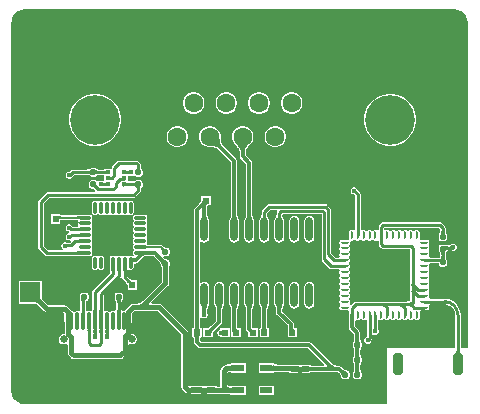
<source format=gtl>
G04*
G04 #@! TF.GenerationSoftware,Altium Limited,Altium Designer,21.9.2 (33)*
G04*
G04 Layer_Physical_Order=1*
G04 Layer_Color=255*
%FSLAX25Y25*%
%MOIN*%
G70*
G04*
G04 #@! TF.SameCoordinates,B3B583D4-C640-4B2B-ADA5-D9C5F36933B9*
G04*
G04*
G04 #@! TF.FilePolarity,Positive*
G04*
G01*
G75*
%ADD12C,0.01000*%
%ADD16C,0.00800*%
G04:AMPARAMS|DCode=18|XSize=20mil|YSize=20mil|CornerRadius=5mil|HoleSize=0mil|Usage=FLASHONLY|Rotation=180.000|XOffset=0mil|YOffset=0mil|HoleType=Round|Shape=RoundedRectangle|*
%AMROUNDEDRECTD18*
21,1,0.02000,0.01000,0,0,180.0*
21,1,0.01000,0.02000,0,0,180.0*
1,1,0.01000,-0.00500,0.00500*
1,1,0.01000,0.00500,0.00500*
1,1,0.01000,0.00500,-0.00500*
1,1,0.01000,-0.00500,-0.00500*
%
%ADD18ROUNDEDRECTD18*%
%ADD19R,0.04134X0.02362*%
%ADD20R,0.01772X0.01181*%
%ADD21O,0.02400X0.08000*%
%ADD22R,0.02362X0.02165*%
G04:AMPARAMS|DCode=23|XSize=20mil|YSize=20mil|CornerRadius=5mil|HoleSize=0mil|Usage=FLASHONLY|Rotation=90.000|XOffset=0mil|YOffset=0mil|HoleType=Round|Shape=RoundedRectangle|*
%AMROUNDEDRECTD23*
21,1,0.02000,0.01000,0,0,90.0*
21,1,0.01000,0.02000,0,0,90.0*
1,1,0.01000,0.00500,0.00500*
1,1,0.01000,0.00500,-0.00500*
1,1,0.01000,-0.00500,-0.00500*
1,1,0.01000,-0.00500,0.00500*
%
%ADD23ROUNDEDRECTD23*%
%ADD24R,0.02165X0.02362*%
G04:AMPARAMS|DCode=25|XSize=12mil|YSize=38mil|CornerRadius=3mil|HoleSize=0mil|Usage=FLASHONLY|Rotation=0.000|XOffset=0mil|YOffset=0mil|HoleType=Round|Shape=RoundedRectangle|*
%AMROUNDEDRECTD25*
21,1,0.01200,0.03200,0,0,0.0*
21,1,0.00600,0.03800,0,0,0.0*
1,1,0.00600,0.00300,-0.01600*
1,1,0.00600,-0.00300,-0.01600*
1,1,0.00600,-0.00300,0.01600*
1,1,0.00600,0.00300,0.01600*
%
%ADD25ROUNDEDRECTD25*%
%ADD26R,0.11024X0.10630*%
G04:AMPARAMS|DCode=27|XSize=160mil|YSize=160mil|CornerRadius=16mil|HoleSize=0mil|Usage=FLASHONLY|Rotation=180.000|XOffset=0mil|YOffset=0mil|HoleType=Round|Shape=RoundedRectangle|*
%AMROUNDEDRECTD27*
21,1,0.16000,0.12800,0,0,180.0*
21,1,0.12800,0.16000,0,0,180.0*
1,1,0.03200,-0.06400,0.06400*
1,1,0.03200,0.06400,0.06400*
1,1,0.03200,0.06400,-0.06400*
1,1,0.03200,-0.06400,-0.06400*
%
%ADD27ROUNDEDRECTD27*%
G04:AMPARAMS|DCode=28|XSize=59.06mil|YSize=11.81mil|CornerRadius=2.95mil|HoleSize=0mil|Usage=FLASHONLY|Rotation=90.000|XOffset=0mil|YOffset=0mil|HoleType=Round|Shape=RoundedRectangle|*
%AMROUNDEDRECTD28*
21,1,0.05906,0.00591,0,0,90.0*
21,1,0.05315,0.01181,0,0,90.0*
1,1,0.00591,0.00295,0.02657*
1,1,0.00591,0.00295,-0.02657*
1,1,0.00591,-0.00295,-0.02657*
1,1,0.00591,-0.00295,0.02657*
%
%ADD28ROUNDEDRECTD28*%
G04:AMPARAMS|DCode=29|XSize=12mil|YSize=38mil|CornerRadius=3mil|HoleSize=0mil|Usage=FLASHONLY|Rotation=270.000|XOffset=0mil|YOffset=0mil|HoleType=Round|Shape=RoundedRectangle|*
%AMROUNDEDRECTD29*
21,1,0.01200,0.03200,0,0,270.0*
21,1,0.00600,0.03800,0,0,270.0*
1,1,0.00600,-0.01600,-0.00300*
1,1,0.00600,-0.01600,0.00300*
1,1,0.00600,0.01600,0.00300*
1,1,0.00600,0.01600,-0.00300*
%
%ADD29ROUNDEDRECTD29*%
G04:AMPARAMS|DCode=30|XSize=31.5mil|YSize=70.87mil|CornerRadius=7.87mil|HoleSize=0mil|Usage=FLASHONLY|Rotation=180.000|XOffset=0mil|YOffset=0mil|HoleType=Round|Shape=RoundedRectangle|*
%AMROUNDEDRECTD30*
21,1,0.03150,0.05512,0,0,180.0*
21,1,0.01575,0.07087,0,0,180.0*
1,1,0.01575,-0.00787,0.02756*
1,1,0.01575,0.00787,0.02756*
1,1,0.01575,0.00787,-0.02756*
1,1,0.01575,-0.00787,-0.02756*
%
%ADD30ROUNDEDRECTD30*%
G04:AMPARAMS|DCode=31|XSize=26.57mil|YSize=9.84mil|CornerRadius=2.46mil|HoleSize=0mil|Usage=FLASHONLY|Rotation=270.000|XOffset=0mil|YOffset=0mil|HoleType=Round|Shape=RoundedRectangle|*
%AMROUNDEDRECTD31*
21,1,0.02657,0.00492,0,0,270.0*
21,1,0.02165,0.00984,0,0,270.0*
1,1,0.00492,-0.00246,-0.01083*
1,1,0.00492,-0.00246,0.01083*
1,1,0.00492,0.00246,0.01083*
1,1,0.00492,0.00246,-0.01083*
%
%ADD31ROUNDEDRECTD31*%
G04:AMPARAMS|DCode=32|XSize=26.57mil|YSize=9.84mil|CornerRadius=2.46mil|HoleSize=0mil|Usage=FLASHONLY|Rotation=180.000|XOffset=0mil|YOffset=0mil|HoleType=Round|Shape=RoundedRectangle|*
%AMROUNDEDRECTD32*
21,1,0.02657,0.00492,0,0,180.0*
21,1,0.02165,0.00984,0,0,180.0*
1,1,0.00492,-0.01083,0.00246*
1,1,0.00492,0.01083,0.00246*
1,1,0.00492,0.01083,-0.00246*
1,1,0.00492,-0.01083,-0.00246*
%
%ADD32ROUNDEDRECTD32*%
%ADD56C,0.01200*%
%ADD57C,0.01500*%
%ADD58C,0.06693*%
%ADD59R,0.06693X0.06693*%
%ADD60C,0.16535*%
%ADD61C,0.06299*%
%ADD62O,0.03937X0.06299*%
%ADD63O,0.03937X0.08268*%
%ADD64C,0.02559*%
%ADD65C,0.01600*%
G36*
X431110Y499141D02*
X432143Y498712D01*
X433031Y498031D01*
X433712Y497143D01*
X434141Y496109D01*
X434286Y495001D01*
X434286Y495000D01*
Y386500D01*
X431918D01*
Y397500D01*
X431946D01*
X431764Y398878D01*
X431232Y400163D01*
X430386Y401266D01*
X429283Y402112D01*
X427998Y402644D01*
X426620Y402825D01*
Y402798D01*
X421631D01*
X421623Y402807D01*
X421410Y403298D01*
X421445Y403350D01*
X421495Y403602D01*
Y404095D01*
X421445Y404347D01*
X421307Y404553D01*
X421302Y404562D01*
Y405103D01*
X421307Y405113D01*
X421445Y405319D01*
X421495Y405571D01*
Y406063D01*
X421445Y406315D01*
X421318Y406505D01*
X421307Y406525D01*
X421304Y406801D01*
X421307Y407077D01*
X421318Y407097D01*
X421445Y407287D01*
X421495Y407539D01*
Y408032D01*
X421445Y408284D01*
X421318Y408474D01*
X421307Y408494D01*
X421304Y408770D01*
X421307Y409046D01*
X421318Y409065D01*
X421445Y409256D01*
X421495Y409508D01*
Y410000D01*
X421445Y410252D01*
X421318Y410442D01*
X421307Y410462D01*
X421304Y410738D01*
X421307Y411014D01*
X421318Y411034D01*
X421445Y411224D01*
X421495Y411476D01*
Y411969D01*
X421445Y412221D01*
X421318Y412411D01*
X421307Y412431D01*
X421304Y412707D01*
X421307Y412983D01*
X421318Y413002D01*
X421445Y413193D01*
X421495Y413445D01*
Y413937D01*
X421445Y414189D01*
X421410Y414242D01*
X421623Y414733D01*
X421631Y414742D01*
X423955D01*
X423989Y414727D01*
X423990Y414727D01*
X423992Y414727D01*
X424193Y414722D01*
X424353Y414709D01*
X424480Y414690D01*
X424571Y414667D01*
X424582Y414662D01*
Y414500D01*
X424652Y414149D01*
X424851Y413851D01*
X425149Y413652D01*
X425500Y413582D01*
X426500D01*
X426851Y413652D01*
X427149Y413851D01*
X427348Y414149D01*
X427418Y414500D01*
Y415500D01*
X427348Y415851D01*
X427183Y416098D01*
X427158Y416158D01*
X427135Y416167D01*
X427123Y416189D01*
X427084Y416220D01*
X427070Y416236D01*
X427050Y416267D01*
X427026Y416316D01*
X427002Y416384D01*
X426979Y416471D01*
X426961Y416571D01*
X426936Y416846D01*
X426933Y417006D01*
X426918Y417041D01*
Y417459D01*
X426933Y417494D01*
X426936Y417659D01*
X426945Y417800D01*
X426960Y417924D01*
X426979Y418029D01*
X427002Y418116D01*
X427026Y418184D01*
X427050Y418233D01*
X427070Y418263D01*
X427084Y418280D01*
X427123Y418311D01*
X427135Y418332D01*
X427158Y418342D01*
X427183Y418402D01*
X427348Y418649D01*
X427394Y418880D01*
X427425Y418892D01*
X427519Y418915D01*
X427647Y418935D01*
X427808Y418948D01*
X428008Y418952D01*
X428042Y418968D01*
X428045D01*
X428081Y418960D01*
X428092Y418968D01*
X428468D01*
X428503Y418952D01*
X428805Y418949D01*
X428915Y418943D01*
X429261Y418800D01*
X429739D01*
X430180Y418983D01*
X430517Y419320D01*
X430700Y419761D01*
Y420239D01*
X430517Y420680D01*
X430180Y421017D01*
X429739Y421200D01*
X429261D01*
X428820Y421017D01*
X428642Y420839D01*
X428640Y420838D01*
X428631Y420837D01*
X428391Y420819D01*
X428315Y420818D01*
X428279Y420803D01*
X428276D01*
X428238Y420811D01*
X428226Y420803D01*
X427842D01*
X427805Y420818D01*
X427447Y420821D01*
X427053Y420836D01*
X426894Y420851D01*
X426861Y420857D01*
X426830Y420865D01*
X426793Y420859D01*
X426500Y420918D01*
X425500D01*
X425149Y420848D01*
X424851Y420649D01*
X424652Y420351D01*
X424582Y420000D01*
Y419000D01*
X424652Y418649D01*
X424817Y418402D01*
X424842Y418342D01*
X424865Y418332D01*
X424877Y418311D01*
X424916Y418280D01*
X424930Y418263D01*
X424950Y418233D01*
X424974Y418184D01*
X424998Y418116D01*
X425021Y418029D01*
X425039Y417930D01*
X425064Y417654D01*
X425067Y417494D01*
X425082Y417459D01*
Y417041D01*
X425067Y417006D01*
X425064Y416841D01*
X425055Y416700D01*
X425040Y416577D01*
X424568D01*
X424356Y416590D01*
X424344Y416586D01*
X424333Y416590D01*
X424037Y416592D01*
X423999Y416577D01*
X421631D01*
X421623Y416586D01*
X421410Y417077D01*
X421445Y417130D01*
X421495Y417382D01*
Y417874D01*
X421445Y418126D01*
X421318Y418317D01*
X421307Y418336D01*
X421304Y418612D01*
X421307Y418888D01*
X421318Y418908D01*
X421445Y419098D01*
X421495Y419350D01*
Y419842D01*
X421445Y420095D01*
X421318Y420285D01*
X421307Y420305D01*
X421304Y420581D01*
X421307Y420857D01*
X421318Y420876D01*
X421445Y421067D01*
X421495Y421319D01*
Y421811D01*
X421445Y422063D01*
X421302Y422277D01*
X421089Y422420D01*
X420837Y422470D01*
X418671D01*
X418633Y422462D01*
X418240Y422855D01*
X418247Y422894D01*
Y425059D01*
X418197Y425311D01*
X418054Y425525D01*
X417841Y425668D01*
X417589Y425718D01*
X417097D01*
X416844Y425668D01*
X416654Y425540D01*
X416634Y425530D01*
X416358Y425527D01*
X416082Y425530D01*
X416063Y425540D01*
X415872Y425668D01*
X415620Y425718D01*
X415128D01*
X414876Y425668D01*
X414685Y425540D01*
X414666Y425530D01*
X414390Y425527D01*
X414114Y425530D01*
X414094Y425540D01*
X413904Y425668D01*
X413652Y425718D01*
X413160D01*
X412907Y425668D01*
X412717Y425540D01*
X412697Y425530D01*
X412421Y425527D01*
X412145Y425530D01*
X412126Y425540D01*
X411935Y425668D01*
X411683Y425718D01*
X411191D01*
X410939Y425668D01*
X410748Y425540D01*
X410729Y425530D01*
X410453Y425527D01*
X410177Y425530D01*
X410157Y425540D01*
X409967Y425668D01*
X409715Y425718D01*
X409222D01*
X408970Y425668D01*
X408780Y425540D01*
X408760Y425530D01*
X408484Y425527D01*
X408208Y425530D01*
X408189Y425540D01*
X407998Y425668D01*
X407746Y425718D01*
X407254D01*
X407002Y425668D01*
X406949Y425632D01*
X406458Y425845D01*
X406449Y425854D01*
Y426534D01*
X406497Y426582D01*
X424620D01*
X425082Y426120D01*
Y425541D01*
X425067Y425506D01*
X425064Y425341D01*
X425055Y425200D01*
X425040Y425076D01*
X425021Y424971D01*
X424998Y424884D01*
X424974Y424816D01*
X424950Y424767D01*
X424930Y424736D01*
X424916Y424720D01*
X424877Y424689D01*
X424865Y424668D01*
X424842Y424658D01*
X424817Y424598D01*
X424652Y424351D01*
X424582Y424000D01*
Y423000D01*
X424652Y422649D01*
X424851Y422351D01*
X425149Y422152D01*
X425500Y422082D01*
X426500D01*
X426851Y422152D01*
X427149Y422351D01*
X427348Y422649D01*
X427418Y423000D01*
Y424000D01*
X427348Y424351D01*
X427183Y424598D01*
X427158Y424658D01*
X427135Y424668D01*
X427123Y424689D01*
X427084Y424720D01*
X427070Y424736D01*
X427050Y424767D01*
X427026Y424816D01*
X427002Y424884D01*
X426979Y424971D01*
X426961Y425070D01*
X426936Y425346D01*
X426933Y425506D01*
X426918Y425541D01*
Y426500D01*
X426848Y426851D01*
X426649Y427149D01*
X425649Y428149D01*
X425351Y428348D01*
X425000Y428418D01*
X406117D01*
X405766Y428348D01*
X405468Y428149D01*
X404883Y427563D01*
X404684Y427265D01*
X404614Y426914D01*
Y425854D01*
X404605Y425845D01*
X404114Y425632D01*
X404061Y425668D01*
X403809Y425718D01*
X403317D01*
X403065Y425668D01*
X402874Y425540D01*
X402855Y425530D01*
X402579Y425527D01*
X402303Y425530D01*
X402283Y425540D01*
X402093Y425668D01*
X401840Y425718D01*
X401348D01*
X401096Y425668D01*
X400906Y425540D01*
X400886Y425530D01*
X400610Y425527D01*
X400334Y425530D01*
X400315Y425540D01*
X400124Y425668D01*
X399872Y425718D01*
X399380D01*
X399128Y425668D01*
X399075Y425632D01*
X398584Y425845D01*
X398575Y425854D01*
Y437680D01*
X398505Y438031D01*
X398306Y438329D01*
X397961Y438674D01*
X397947Y438710D01*
X397785Y438879D01*
X397720Y438955D01*
X397704Y438975D01*
X397700Y438982D01*
Y439076D01*
X397517Y439517D01*
X397180Y439855D01*
X396739Y440038D01*
X396261D01*
X395820Y439855D01*
X395483Y439517D01*
X395300Y439076D01*
Y438599D01*
X395483Y438158D01*
X395820Y437820D01*
X396261Y437638D01*
X396354D01*
X396568Y437450D01*
X396623Y437395D01*
X396660Y437380D01*
X396740Y437300D01*
Y425854D01*
X396731Y425845D01*
X396240Y425632D01*
X396187Y425668D01*
X395935Y425718D01*
X395443D01*
X395191Y425668D01*
X394977Y425525D01*
X394834Y425311D01*
X394784Y425059D01*
Y422894D01*
X394792Y422855D01*
X394399Y422462D01*
X394360Y422470D01*
X392195D01*
X391943Y422420D01*
X391729Y422277D01*
X391586Y422063D01*
X391536Y421811D01*
Y421319D01*
X391586Y421067D01*
X391714Y420876D01*
X391724Y420857D01*
X391727Y420581D01*
X391724Y420305D01*
X391714Y420285D01*
X391586Y420095D01*
X391536Y419842D01*
Y419350D01*
X391586Y419098D01*
X391714Y418908D01*
X391724Y418888D01*
X391727Y418612D01*
X391724Y418336D01*
X391714Y418317D01*
X391586Y418126D01*
X391536Y417874D01*
Y417382D01*
X391586Y417130D01*
X391621Y417077D01*
X391409Y416586D01*
X391400Y416577D01*
X390221D01*
X388818Y417980D01*
Y432514D01*
X388748Y432865D01*
X388549Y433163D01*
X387563Y434149D01*
X387265Y434348D01*
X386914Y434418D01*
X368086D01*
X367735Y434348D01*
X367437Y434149D01*
X365851Y432563D01*
X365652Y432265D01*
X365582Y431914D01*
Y430922D01*
X365567Y430887D01*
X365562Y430623D01*
X365549Y430399D01*
X365527Y430209D01*
X365499Y430056D01*
X365499Y430056D01*
X365347Y429953D01*
X365211Y429750D01*
X365203Y429747D01*
X365195Y429727D01*
X365185Y429712D01*
X365160Y429697D01*
X365152Y429662D01*
X364993Y429424D01*
X364869Y428800D01*
Y423200D01*
X364993Y422576D01*
X365347Y422047D01*
X365876Y421693D01*
X366500Y421569D01*
X367124Y421693D01*
X367653Y422047D01*
X368007Y422576D01*
X368131Y423200D01*
Y428800D01*
X368007Y429424D01*
X367848Y429662D01*
X367840Y429697D01*
X367815Y429712D01*
X367805Y429727D01*
X367797Y429747D01*
X367790Y429750D01*
X367653Y429953D01*
X367501Y430056D01*
X367501Y430056D01*
X367474Y430203D01*
X367438Y430628D01*
X367433Y430887D01*
X367418Y430922D01*
Y431534D01*
X368466Y432582D01*
X370717D01*
X370908Y432120D01*
X370851Y432063D01*
X370652Y431765D01*
X370582Y431414D01*
Y430922D01*
X370567Y430887D01*
X370562Y430623D01*
X370549Y430399D01*
X370527Y430209D01*
X370499Y430056D01*
X370499Y430056D01*
X370346Y429953D01*
X370211Y429750D01*
X370203Y429747D01*
X370195Y429727D01*
X370185Y429712D01*
X370160Y429697D01*
X370152Y429662D01*
X369993Y429424D01*
X369869Y428800D01*
Y423200D01*
X369993Y422576D01*
X370346Y422047D01*
X370876Y421693D01*
X371500Y421569D01*
X372124Y421693D01*
X372654Y422047D01*
X373007Y422576D01*
X373131Y423200D01*
Y428800D01*
X373007Y429424D01*
X372848Y429662D01*
X372840Y429697D01*
X372815Y429712D01*
X372805Y429727D01*
X372797Y429747D01*
X372790Y429750D01*
X372654Y429953D01*
X372501Y430056D01*
X372501Y430056D01*
X372474Y430203D01*
X372441Y430593D01*
X372450Y430641D01*
X372826Y431054D01*
X372891Y431082D01*
X385534D01*
X385582Y431034D01*
Y416000D01*
X385652Y415649D01*
X385851Y415351D01*
X388160Y413042D01*
X388458Y412843D01*
X388809Y412773D01*
X391400D01*
X391409Y412764D01*
X391621Y412273D01*
X391586Y412221D01*
X391536Y411969D01*
Y411476D01*
X391586Y411224D01*
X391714Y411034D01*
X391724Y411014D01*
X391727Y410738D01*
X391724Y410462D01*
X391714Y410442D01*
X391586Y410252D01*
X391536Y410000D01*
Y409508D01*
X391586Y409256D01*
X391714Y409065D01*
X391724Y409046D01*
X391727Y408770D01*
X391724Y408494D01*
X391714Y408474D01*
X391586Y408284D01*
X391536Y408032D01*
Y407539D01*
X391586Y407287D01*
X391714Y407097D01*
X391724Y407077D01*
X391727Y406801D01*
X391724Y406525D01*
X391714Y406505D01*
X391586Y406315D01*
X391536Y406063D01*
Y405571D01*
X391586Y405319D01*
X391714Y405128D01*
X391724Y405109D01*
X391727Y404833D01*
X391724Y404557D01*
X391714Y404537D01*
X391586Y404347D01*
X391536Y404095D01*
Y403602D01*
X391586Y403350D01*
X391714Y403160D01*
X391724Y403140D01*
X391727Y402864D01*
X391724Y402588D01*
X391714Y402568D01*
X391586Y402378D01*
X391536Y402126D01*
Y401634D01*
X391586Y401382D01*
X391714Y401191D01*
X391724Y401172D01*
X391727Y400896D01*
X391724Y400620D01*
X391714Y400600D01*
X391586Y400410D01*
X391536Y400157D01*
Y399665D01*
X391586Y399413D01*
X391729Y399200D01*
X391943Y399057D01*
X392195Y399007D01*
X394360D01*
X394779Y398613D01*
Y397938D01*
X394747Y397890D01*
X394669Y397500D01*
Y393295D01*
X394747Y392905D01*
X394968Y392574D01*
X396480Y391062D01*
Y389717D01*
X396467Y389686D01*
X396464Y389514D01*
X396437Y389197D01*
X396416Y389063D01*
X396389Y388933D01*
X396357Y388814D01*
X396319Y388705D01*
X396277Y388605D01*
X396231Y388514D01*
X396171Y388416D01*
X396163Y388368D01*
X396152Y388351D01*
X396132Y388250D01*
X396107Y388190D01*
X396116Y388169D01*
X396082Y388000D01*
Y387000D01*
X396116Y386831D01*
X396107Y386810D01*
X396132Y386750D01*
X396152Y386649D01*
X396163Y386632D01*
X396171Y386584D01*
X396231Y386486D01*
X396277Y386395D01*
X396319Y386295D01*
X396357Y386186D01*
X396389Y386067D01*
X396416Y385937D01*
X396437Y385803D01*
X396464Y385486D01*
X396467Y385314D01*
X396480Y385283D01*
Y384717D01*
X396467Y384686D01*
X396464Y384514D01*
X396437Y384197D01*
X396416Y384063D01*
X396389Y383933D01*
X396357Y383814D01*
X396319Y383705D01*
X396277Y383605D01*
X396231Y383514D01*
X396171Y383416D01*
X396163Y383368D01*
X396152Y383351D01*
X396132Y383250D01*
X396107Y383190D01*
X396116Y383169D01*
X396082Y383000D01*
Y382000D01*
X396116Y381831D01*
X396107Y381810D01*
X396132Y381750D01*
X396152Y381649D01*
X396163Y381632D01*
X396171Y381584D01*
X396231Y381486D01*
X396277Y381395D01*
X396319Y381295D01*
X396357Y381186D01*
X396389Y381066D01*
X396416Y380937D01*
X396437Y380803D01*
X396464Y380486D01*
X396467Y380314D01*
X396480Y380283D01*
Y379716D01*
X396467Y379686D01*
X396464Y379514D01*
X396437Y379197D01*
X396416Y379063D01*
X396389Y378934D01*
X396357Y378814D01*
X396319Y378705D01*
X396277Y378605D01*
X396231Y378514D01*
X396171Y378416D01*
X396163Y378368D01*
X396152Y378351D01*
X396132Y378250D01*
X396107Y378190D01*
X396116Y378169D01*
X396082Y378000D01*
Y377000D01*
X396152Y376649D01*
X396351Y376351D01*
X396649Y376152D01*
X397000Y376082D01*
X398000D01*
X398351Y376152D01*
X398649Y376351D01*
X398848Y376649D01*
X398918Y377000D01*
Y378000D01*
X398884Y378169D01*
X398893Y378190D01*
X398868Y378250D01*
X398848Y378351D01*
X398837Y378368D01*
X398829Y378416D01*
X398769Y378514D01*
X398723Y378605D01*
X398681Y378705D01*
X398643Y378814D01*
X398611Y378934D01*
X398584Y379063D01*
X398563Y379197D01*
X398536Y379514D01*
X398533Y379686D01*
X398520Y379716D01*
Y380283D01*
X398533Y380314D01*
X398536Y380486D01*
X398563Y380803D01*
X398584Y380937D01*
X398611Y381066D01*
X398643Y381186D01*
X398681Y381295D01*
X398723Y381395D01*
X398769Y381486D01*
X398829Y381584D01*
X398837Y381632D01*
X398848Y381649D01*
X398868Y381750D01*
X398893Y381810D01*
X398884Y381831D01*
X398918Y382000D01*
Y383000D01*
X398884Y383169D01*
X398893Y383190D01*
X398868Y383250D01*
X398848Y383351D01*
X398837Y383368D01*
X398829Y383416D01*
X398769Y383514D01*
X398723Y383605D01*
X398681Y383705D01*
X398643Y383814D01*
X398611Y383933D01*
X398584Y384063D01*
X398563Y384197D01*
X398536Y384514D01*
X398533Y384686D01*
X398520Y384717D01*
Y385283D01*
X398533Y385314D01*
X398536Y385486D01*
X398563Y385803D01*
X398584Y385937D01*
X398611Y386067D01*
X398643Y386186D01*
X398681Y386295D01*
X398723Y386395D01*
X398769Y386486D01*
X398829Y386584D01*
X398837Y386632D01*
X398848Y386649D01*
X398868Y386750D01*
X398893Y386810D01*
X398884Y386831D01*
X398918Y387000D01*
Y388000D01*
X398884Y388169D01*
X398893Y388190D01*
X398868Y388250D01*
X398848Y388351D01*
X398837Y388368D01*
X398829Y388416D01*
X398769Y388514D01*
X398723Y388605D01*
X398681Y388705D01*
X398643Y388814D01*
X398611Y388933D01*
X398584Y389063D01*
X398563Y389197D01*
X398536Y389514D01*
X398533Y389686D01*
X398520Y389717D01*
Y391484D01*
X398442Y391874D01*
X398221Y392205D01*
X396709Y393717D01*
Y395509D01*
X397120Y395783D01*
X397209Y395799D01*
X397411Y395759D01*
X397903D01*
X398156Y395809D01*
X398346Y395936D01*
X398366Y395947D01*
X398642Y395950D01*
X398918Y395947D01*
X398937Y395936D01*
X399128Y395809D01*
X399380Y395759D01*
X399872D01*
X400124Y395809D01*
X400177Y395844D01*
X400668Y395631D01*
X400677Y395622D01*
Y390165D01*
X400320Y390017D01*
X399983Y389680D01*
X399800Y389239D01*
Y388761D01*
X399983Y388320D01*
X400320Y387983D01*
X400761Y387800D01*
X401239D01*
X401680Y387983D01*
X402017Y388320D01*
X402200Y388761D01*
Y389065D01*
X402243Y389108D01*
X402442Y389406D01*
X402512Y389757D01*
Y390637D01*
X403012Y390903D01*
X403261Y390800D01*
X403739D01*
X404180Y390983D01*
X404517Y391320D01*
X404700Y391761D01*
Y392239D01*
X404517Y392680D01*
X404515Y392682D01*
X404496Y392972D01*
X404496Y393050D01*
X404481Y393087D01*
Y395622D01*
X404490Y395631D01*
X404981Y395844D01*
X405033Y395809D01*
X405285Y395759D01*
X405778D01*
X406030Y395809D01*
X406220Y395936D01*
X406240Y395947D01*
X406516Y395950D01*
X406792Y395947D01*
X406811Y395936D01*
X407002Y395809D01*
X407254Y395759D01*
X407746D01*
X407998Y395809D01*
X408189Y395936D01*
X408208Y395947D01*
X408484Y395950D01*
X408760Y395947D01*
X408780Y395936D01*
X408970Y395809D01*
X409222Y395759D01*
X409715D01*
X409967Y395809D01*
X410157Y395936D01*
X410177Y395947D01*
X410453Y395950D01*
X410729Y395947D01*
X410748Y395936D01*
X410939Y395809D01*
X411191Y395759D01*
X411683D01*
X411935Y395809D01*
X412126Y395936D01*
X412145Y395947D01*
X412421Y395950D01*
X412697Y395947D01*
X412717Y395936D01*
X412907Y395809D01*
X413160Y395759D01*
X413652D01*
X413904Y395809D01*
X414094Y395936D01*
X414114Y395947D01*
X414390Y395950D01*
X414666Y395947D01*
X414685Y395936D01*
X414876Y395809D01*
X415128Y395759D01*
X415620D01*
X415872Y395809D01*
X416063Y395936D01*
X416082Y395947D01*
X416358Y395950D01*
X416634Y395947D01*
X416654Y395936D01*
X416844Y395809D01*
X417097Y395759D01*
X417589D01*
X417841Y395809D01*
X418054Y395952D01*
X418197Y396165D01*
X418247Y396417D01*
Y398583D01*
X418646Y398994D01*
X419754D01*
X419818Y399007D01*
X420837D01*
X421089Y399057D01*
X421302Y399200D01*
X421445Y399413D01*
X421495Y399665D01*
Y400157D01*
X421445Y400410D01*
X421410Y400462D01*
X421623Y400953D01*
X421631Y400962D01*
X426620D01*
Y400959D01*
X427516Y400842D01*
X428350Y400496D01*
X429066Y399946D01*
X429616Y399230D01*
X429962Y398395D01*
X430080Y397500D01*
X430082D01*
Y386500D01*
X407500D01*
Y367714D01*
X286500D01*
X286499Y367713D01*
X285390Y367859D01*
X284357Y368288D01*
X283469Y368969D01*
X282788Y369857D01*
X282359Y370890D01*
X282213Y371999D01*
X282214Y372000D01*
X282214Y494501D01*
X282214Y494510D01*
X282214Y495000D01*
X282276Y495473D01*
X282359Y496109D01*
X282788Y497143D01*
X283469Y498031D01*
X284357Y498712D01*
X285390Y499141D01*
X286499Y499287D01*
X286500Y499286D01*
X430000D01*
X430001Y499287D01*
X431110Y499141D01*
D02*
G37*
G36*
X397303Y438810D02*
X397313Y438786D01*
X397330Y438757D01*
X397353Y438722D01*
X397383Y438683D01*
X397464Y438589D01*
X397635Y438410D01*
X396927Y437703D01*
X396863Y437767D01*
X396615Y437985D01*
X396581Y438008D01*
X396552Y438025D01*
X396527Y438034D01*
X396508Y438038D01*
X397300Y438830D01*
X397303Y438810D01*
D02*
G37*
G36*
X372005Y430606D02*
X372044Y430146D01*
X372078Y429959D01*
X372123Y429800D01*
X372177Y429671D01*
X372240Y429570D01*
X372314Y429498D01*
X372397Y429455D01*
X372491Y429441D01*
X370510D01*
X370603Y429455D01*
X370686Y429498D01*
X370760Y429570D01*
X370823Y429671D01*
X370877Y429800D01*
X370921Y429959D01*
X370956Y430146D01*
X370980Y430361D01*
X370995Y430606D01*
X371000Y430879D01*
X372000D01*
X372005Y430606D01*
D02*
G37*
G36*
X367005D02*
X367044Y430146D01*
X367078Y429959D01*
X367123Y429800D01*
X367177Y429671D01*
X367240Y429570D01*
X367314Y429498D01*
X367397Y429455D01*
X367491Y429441D01*
X365510D01*
X365603Y429455D01*
X365686Y429498D01*
X365760Y429570D01*
X365823Y429671D01*
X365877Y429800D01*
X365921Y429959D01*
X365956Y430146D01*
X365980Y430361D01*
X365995Y430606D01*
X366000Y430879D01*
X367000D01*
X367005Y430606D01*
D02*
G37*
G36*
X426504Y425322D02*
X426532Y425012D01*
X426556Y424877D01*
X426588Y424756D01*
X426627Y424648D01*
X426672Y424554D01*
X426725Y424473D01*
X426785Y424406D01*
X426852Y424352D01*
X425148D01*
X425215Y424406D01*
X425275Y424473D01*
X425328Y424554D01*
X425373Y424648D01*
X425412Y424756D01*
X425444Y424877D01*
X425468Y425012D01*
X425486Y425160D01*
X425496Y425322D01*
X425500Y425498D01*
X426500D01*
X426504Y425322D01*
D02*
G37*
G36*
X398918Y422423D02*
X398937Y422412D01*
X399128Y422285D01*
X399380Y422235D01*
X399872D01*
X400124Y422285D01*
X400315Y422412D01*
X400334Y422423D01*
X400610Y422426D01*
X400886Y422423D01*
X400906Y422412D01*
X401096Y422285D01*
X401348Y422235D01*
X401840D01*
X402093Y422285D01*
X402283Y422412D01*
X402303Y422423D01*
X402579Y422426D01*
X402855Y422423D01*
X402874Y422412D01*
X403065Y422285D01*
X403317Y422235D01*
X403809D01*
X404061Y422285D01*
X404106Y422315D01*
X404224Y422289D01*
X404483Y422142D01*
X404582Y422057D01*
Y421086D01*
X404652Y420735D01*
X404851Y420437D01*
X405437Y419851D01*
X405735Y419652D01*
X406086Y419582D01*
X415034D01*
X415082Y419534D01*
Y407503D01*
X415069Y407459D01*
X415082Y407434D01*
Y405503D01*
X415069Y405459D01*
X415082Y405434D01*
Y402078D01*
X415045Y402061D01*
X414940Y402024D01*
X414821Y401993D01*
X414688Y401967D01*
X414542Y401948D01*
X414381Y401937D01*
X414197Y401933D01*
X414163Y401918D01*
X412066D01*
X412040Y401931D01*
X411997Y401918D01*
X406566D01*
X406540Y401931D01*
X406497Y401918D01*
X397000D01*
X396649Y401848D01*
X396351Y401649D01*
X395385Y400683D01*
X395326Y400677D01*
X394830Y401122D01*
X394831Y401172D01*
X394842Y401191D01*
X394969Y401382D01*
X395019Y401634D01*
Y402126D01*
X394969Y402378D01*
X394842Y402568D01*
X394831Y402588D01*
X394828Y402864D01*
X394831Y403140D01*
X394842Y403160D01*
X394969Y403350D01*
X395019Y403602D01*
Y404095D01*
X394969Y404347D01*
X394842Y404537D01*
X394831Y404557D01*
X394828Y404833D01*
X394831Y405109D01*
X394842Y405128D01*
X394969Y405319D01*
X395019Y405571D01*
Y406063D01*
X394969Y406315D01*
X394842Y406505D01*
X394831Y406525D01*
X394828Y406801D01*
X394831Y407077D01*
X394842Y407097D01*
X394969Y407287D01*
X395019Y407539D01*
Y408032D01*
X394969Y408284D01*
X394842Y408474D01*
X394831Y408494D01*
X394828Y408770D01*
X394831Y409046D01*
X394842Y409065D01*
X394969Y409256D01*
X395019Y409508D01*
Y410000D01*
X394969Y410252D01*
X394842Y410442D01*
X394831Y410462D01*
X394828Y410738D01*
X394831Y411014D01*
X394842Y411034D01*
X394969Y411224D01*
X395019Y411476D01*
Y411969D01*
X394969Y412221D01*
X394842Y412411D01*
X394831Y412431D01*
X394828Y412707D01*
X394831Y412983D01*
X394842Y413002D01*
X394969Y413193D01*
X395019Y413445D01*
Y413937D01*
X394969Y414189D01*
X394831Y414395D01*
X394826Y414405D01*
Y414946D01*
X394831Y414955D01*
X394969Y415161D01*
X395019Y415413D01*
Y415906D01*
X394969Y416158D01*
X394842Y416348D01*
X394831Y416368D01*
X394828Y416644D01*
X394831Y416920D01*
X394842Y416939D01*
X394969Y417130D01*
X395019Y417382D01*
Y417874D01*
X394969Y418126D01*
X394842Y418317D01*
X394831Y418336D01*
X394828Y418612D01*
X394831Y418888D01*
X394842Y418908D01*
X394969Y419098D01*
X395019Y419350D01*
Y419842D01*
X394969Y420095D01*
X394842Y420285D01*
X394831Y420305D01*
X394828Y420581D01*
X394831Y420857D01*
X394842Y420876D01*
X394969Y421067D01*
X395019Y421319D01*
Y421811D01*
X395011Y421849D01*
X395404Y422243D01*
X395443Y422235D01*
X395935D01*
X396187Y422285D01*
X396378Y422412D01*
X396397Y422423D01*
X396673Y422426D01*
X396949Y422423D01*
X396969Y422412D01*
X397159Y422285D01*
X397411Y422235D01*
X397903D01*
X398156Y422285D01*
X398346Y422412D01*
X398366Y422423D01*
X398642Y422426D01*
X398918Y422423D01*
D02*
G37*
G36*
X429015Y419364D02*
X429005Y419368D01*
X428986Y419372D01*
X428958Y419375D01*
X428819Y419382D01*
X428508Y419385D01*
X428319Y420385D01*
X428409Y420386D01*
X428689Y420407D01*
X428738Y420416D01*
X428779Y420428D01*
X428813Y420441D01*
X428837Y420456D01*
X428854Y420472D01*
X429015Y419364D01*
D02*
G37*
G36*
X426722Y420445D02*
X426770Y420433D01*
X426837Y420422D01*
X427024Y420404D01*
X427437Y420388D01*
X427802Y420385D01*
X427998Y419385D01*
X427785Y419380D01*
X427598Y419365D01*
X427434Y419340D01*
X427294Y419306D01*
X427178Y419261D01*
X427087Y419206D01*
X427020Y419141D01*
X426977Y419067D01*
X426958Y418982D01*
X426963Y418888D01*
X426690Y420460D01*
X426722Y420445D01*
D02*
G37*
G36*
X426785Y418594D02*
X426725Y418527D01*
X426672Y418446D01*
X426627Y418352D01*
X426588Y418244D01*
X426556Y418123D01*
X426532Y417988D01*
X426514Y417840D01*
X426504Y417678D01*
X426500Y417502D01*
X425500D01*
X425496Y417678D01*
X425468Y417988D01*
X425444Y418123D01*
X425412Y418244D01*
X425373Y418352D01*
X425328Y418446D01*
X425275Y418527D01*
X425215Y418594D01*
X425148Y418648D01*
X426852D01*
X426785Y418594D01*
D02*
G37*
G36*
X426504Y416822D02*
X426532Y416512D01*
X426556Y416377D01*
X426588Y416256D01*
X426627Y416148D01*
X426672Y416054D01*
X426725Y415973D01*
X426785Y415906D01*
X426852Y415852D01*
X425285D01*
X425014Y414660D01*
X425025Y414754D01*
X425010Y414840D01*
X424971Y414915D01*
X424907Y414979D01*
X424818Y415034D01*
X424705Y415079D01*
X424566Y415114D01*
X424403Y415139D01*
X424215Y415154D01*
X424002Y415160D01*
X424034Y416159D01*
X424330Y416157D01*
X425140Y416110D01*
X425249Y416087D01*
X425320Y416062D01*
X425328Y416055D01*
X425373Y416148D01*
X425412Y416256D01*
X425444Y416377D01*
X425468Y416512D01*
X425486Y416660D01*
X425496Y416822D01*
X425500Y416998D01*
X426500D01*
X426504Y416822D01*
D02*
G37*
G36*
X416507Y408510D02*
X416528Y408319D01*
X416564Y408134D01*
X416613Y407954D01*
X416677Y407780D01*
X416755Y407613D01*
X416847Y407451D01*
X416953Y407295D01*
X417073Y407144D01*
X417207Y407000D01*
Y405586D01*
X417073Y405712D01*
X416953Y405809D01*
X416847Y405875D01*
X416755Y405911D01*
X416677Y405918D01*
X416632Y405901D01*
X416677Y405780D01*
X416755Y405613D01*
X416847Y405451D01*
X416953Y405295D01*
X417073Y405144D01*
X417207Y405000D01*
Y403586D01*
X417073Y403710D01*
X416953Y403800D01*
X416847Y403856D01*
X416755Y403878D01*
X416677Y403866D01*
X416613Y403820D01*
X416564Y403739D01*
X416528Y403625D01*
X416507Y403476D01*
X416500Y403293D01*
X415500Y405500D01*
X416124Y406253D01*
X415500Y407500D01*
X416500Y408707D01*
X416507Y408510D01*
D02*
G37*
G36*
X416354Y401232D02*
X416317Y401181D01*
X416298Y401120D01*
X416299Y401050D01*
X416318Y400971D01*
X416356Y400881D01*
X416413Y400783D01*
X416489Y400674D01*
X416696Y400430D01*
X416828Y400293D01*
X415914Y399793D01*
X415770Y399927D01*
X415620Y400047D01*
X415464Y400153D01*
X415302Y400245D01*
X415134Y400323D01*
X414960Y400387D01*
X414781Y400436D01*
X414595Y400472D01*
X414404Y400493D01*
X414207Y400500D01*
X414022Y400495D01*
X413869Y400478D01*
X413746Y400451D01*
X413654Y400413D01*
X413593Y400364D01*
X413563Y400304D01*
X413564Y400233D01*
X413595Y400152D01*
X413658Y400059D01*
X413751Y399956D01*
X412500Y399793D01*
X412356Y399927D01*
X412205Y400047D01*
X412049Y400153D01*
X411887Y400245D01*
X411720Y400323D01*
X411546Y400387D01*
X411367Y400436D01*
X411181Y400472D01*
X410990Y400493D01*
X410793Y400500D01*
X412000Y401500D01*
X414207Y400500D01*
Y401500D01*
X414401Y401504D01*
X414585Y401518D01*
X414757Y401540D01*
X414917Y401570D01*
X415067Y401610D01*
X415205Y401658D01*
X415332Y401715D01*
X415448Y401781D01*
X415553Y401856D01*
X415647Y401939D01*
X416354Y401232D01*
D02*
G37*
G36*
X408707Y400500D02*
X408353Y400494D01*
X408090Y400477D01*
X407994Y400463D01*
X407920Y400447D01*
X407869Y400428D01*
X407841Y400406D01*
X407836Y400381D01*
X407854Y400353D01*
X407000Y399793D01*
X406856Y399927D01*
X406705Y400047D01*
X406549Y400153D01*
X406387Y400245D01*
X406220Y400323D01*
X406046Y400387D01*
X405866Y400436D01*
X405681Y400472D01*
X405490Y400493D01*
X405293Y400500D01*
X406500Y401500D01*
X408707Y400500D01*
D02*
G37*
G36*
X404063Y393048D02*
X404063Y392957D01*
X404089Y392561D01*
X404096Y392539D01*
X404103Y392526D01*
X402987Y392614D01*
X403001Y392631D01*
X403014Y392655D01*
X403026Y392689D01*
X403035Y392730D01*
X403044Y392780D01*
X403056Y392903D01*
X403062Y393060D01*
X403063Y393150D01*
X404063Y393048D01*
D02*
G37*
G36*
X398104Y389492D02*
X398132Y389145D01*
X398158Y388984D01*
X398190Y388831D01*
X398230Y388687D01*
X398276Y388550D01*
X398330Y388422D01*
X398391Y388302D01*
X398460Y388190D01*
X396540D01*
X396609Y388302D01*
X396670Y388422D01*
X396724Y388550D01*
X396771Y388687D01*
X396810Y388831D01*
X396843Y388984D01*
X396868Y389145D01*
X396896Y389492D01*
X396900Y389678D01*
X398100D01*
X398104Y389492D01*
D02*
G37*
G36*
X398391Y386698D02*
X398330Y386578D01*
X398276Y386450D01*
X398230Y386313D01*
X398190Y386169D01*
X398158Y386016D01*
X398132Y385855D01*
X398104Y385508D01*
X398100Y385322D01*
X396900D01*
X396896Y385508D01*
X396868Y385855D01*
X396843Y386016D01*
X396810Y386169D01*
X396771Y386313D01*
X396724Y386450D01*
X396670Y386578D01*
X396609Y386698D01*
X396540Y386810D01*
X398460D01*
X398391Y386698D01*
D02*
G37*
G36*
X431505Y385346D02*
X431520Y385167D01*
X431545Y385009D01*
X431580Y384872D01*
X431624Y384756D01*
X431679Y384661D01*
X431744Y384587D01*
X431818Y384535D01*
X431903Y384503D01*
X431998Y384492D01*
X430002D01*
X430097Y384503D01*
X430182Y384535D01*
X430256Y384587D01*
X430321Y384661D01*
X430376Y384756D01*
X430420Y384872D01*
X430455Y385009D01*
X430480Y385167D01*
X430495Y385346D01*
X430500Y385546D01*
X431500D01*
X431505Y385346D01*
D02*
G37*
G36*
X398104Y384492D02*
X398132Y384145D01*
X398158Y383984D01*
X398190Y383831D01*
X398230Y383687D01*
X398276Y383550D01*
X398330Y383422D01*
X398391Y383302D01*
X398460Y383190D01*
X396540D01*
X396609Y383302D01*
X396670Y383422D01*
X396724Y383550D01*
X396771Y383687D01*
X396810Y383831D01*
X396843Y383984D01*
X396868Y384145D01*
X396896Y384492D01*
X396900Y384678D01*
X398100D01*
X398104Y384492D01*
D02*
G37*
G36*
X398391Y381698D02*
X398330Y381578D01*
X398276Y381450D01*
X398230Y381313D01*
X398190Y381169D01*
X398158Y381016D01*
X398132Y380855D01*
X398104Y380508D01*
X398100Y380322D01*
X396900D01*
X396896Y380508D01*
X396868Y380855D01*
X396843Y381016D01*
X396810Y381169D01*
X396771Y381313D01*
X396724Y381450D01*
X396670Y381578D01*
X396609Y381698D01*
X396540Y381810D01*
X398460D01*
X398391Y381698D01*
D02*
G37*
G36*
X398104Y379492D02*
X398132Y379145D01*
X398158Y378984D01*
X398190Y378831D01*
X398230Y378687D01*
X398276Y378550D01*
X398330Y378422D01*
X398391Y378302D01*
X398460Y378190D01*
X396540D01*
X396609Y378302D01*
X396670Y378422D01*
X396724Y378550D01*
X396771Y378687D01*
X396810Y378831D01*
X396843Y378984D01*
X396868Y379145D01*
X396896Y379492D01*
X396900Y379678D01*
X398100D01*
X398104Y379492D01*
D02*
G37*
%LPC*%
G36*
X376111Y471641D02*
X375177D01*
X374274Y471399D01*
X373464Y470932D01*
X372804Y470271D01*
X372336Y469461D01*
X372094Y468559D01*
Y467624D01*
X372336Y466721D01*
X372804Y465912D01*
X373464Y465251D01*
X374274Y464784D01*
X375177Y464542D01*
X376111D01*
X377014Y464784D01*
X377823Y465251D01*
X378484Y465912D01*
X378952Y466721D01*
X379194Y467624D01*
Y468559D01*
X378952Y469461D01*
X378484Y470271D01*
X377823Y470932D01*
X377014Y471399D01*
X376111Y471641D01*
D02*
G37*
G36*
X365207D02*
X364273D01*
X363370Y471399D01*
X362561Y470932D01*
X361900Y470271D01*
X361432Y469461D01*
X361190Y468559D01*
Y467624D01*
X361432Y466721D01*
X361900Y465912D01*
X362561Y465251D01*
X363370Y464784D01*
X364273Y464542D01*
X365207D01*
X366110Y464784D01*
X366919Y465251D01*
X367580Y465912D01*
X368048Y466721D01*
X368290Y467624D01*
Y468559D01*
X368048Y469461D01*
X367580Y470271D01*
X366919Y470932D01*
X366110Y471399D01*
X365207Y471641D01*
D02*
G37*
G36*
X354300D02*
X353366D01*
X352463Y471399D01*
X351654Y470932D01*
X350993Y470271D01*
X350525Y469461D01*
X350284Y468559D01*
Y467624D01*
X350525Y466721D01*
X350993Y465912D01*
X351654Y465251D01*
X352463Y464784D01*
X353366Y464542D01*
X354300D01*
X355203Y464784D01*
X356013Y465251D01*
X356674Y465912D01*
X357141Y466721D01*
X357383Y467624D01*
Y468559D01*
X357141Y469461D01*
X356674Y470271D01*
X356013Y470932D01*
X355203Y471399D01*
X354300Y471641D01*
D02*
G37*
G36*
X343396D02*
X342462D01*
X341559Y471399D01*
X340750Y470932D01*
X340089Y470271D01*
X339621Y469461D01*
X339380Y468559D01*
Y467624D01*
X339621Y466721D01*
X340089Y465912D01*
X340750Y465251D01*
X341559Y464784D01*
X342462Y464542D01*
X343396D01*
X344299Y464784D01*
X345109Y465251D01*
X345770Y465912D01*
X346237Y466721D01*
X346479Y467624D01*
Y468559D01*
X346237Y469461D01*
X345770Y470271D01*
X345109Y470932D01*
X344299Y471399D01*
X343396Y471641D01*
D02*
G37*
G36*
X409354Y471167D02*
X407647D01*
X405972Y470834D01*
X404395Y470181D01*
X402975Y469232D01*
X401768Y468025D01*
X400819Y466605D01*
X400166Y465028D01*
X399833Y463353D01*
Y461646D01*
X400166Y459971D01*
X400819Y458394D01*
X401768Y456974D01*
X402975Y455767D01*
X404395Y454818D01*
X405972Y454165D01*
X407647Y453832D01*
X409354D01*
X411029Y454165D01*
X412606Y454818D01*
X414026Y455767D01*
X415233Y456974D01*
X416182Y458394D01*
X416835Y459971D01*
X417168Y461646D01*
Y463353D01*
X416835Y465028D01*
X416182Y466605D01*
X415233Y468025D01*
X414026Y469232D01*
X412606Y470181D01*
X411029Y470834D01*
X409354Y471167D01*
D02*
G37*
G36*
X310927D02*
X309219D01*
X307544Y470834D01*
X305967Y470181D01*
X304548Y469232D01*
X303340Y468025D01*
X302392Y466605D01*
X301738Y465028D01*
X301405Y463353D01*
Y461646D01*
X301738Y459971D01*
X302392Y458394D01*
X303340Y456974D01*
X304548Y455767D01*
X305967Y454818D01*
X307544Y454165D01*
X309219Y453832D01*
X310927D01*
X312601Y454165D01*
X314178Y454818D01*
X315598Y455767D01*
X316805Y456974D01*
X317754Y458394D01*
X318407Y459971D01*
X318741Y461646D01*
Y463353D01*
X318407Y465028D01*
X317754Y466605D01*
X316805Y468025D01*
X315598Y469232D01*
X314178Y470181D01*
X312601Y470834D01*
X310927Y471167D01*
D02*
G37*
G36*
X370658Y460460D02*
X369723D01*
X368821Y460218D01*
X368011Y459751D01*
X367350Y459090D01*
X366883Y458281D01*
X366641Y457378D01*
Y456444D01*
X366883Y455541D01*
X367350Y454731D01*
X368011Y454070D01*
X368821Y453603D01*
X369723Y453361D01*
X370658D01*
X371561Y453603D01*
X372370Y454070D01*
X373031Y454731D01*
X373498Y455541D01*
X373740Y456444D01*
Y457378D01*
X373498Y458281D01*
X373031Y459090D01*
X372370Y459751D01*
X371561Y460218D01*
X370658Y460460D01*
D02*
G37*
G36*
X337943D02*
X337008D01*
X336105Y460218D01*
X335296Y459751D01*
X334635Y459090D01*
X334168Y458281D01*
X333926Y457378D01*
Y456444D01*
X334168Y455541D01*
X334635Y454731D01*
X335296Y454070D01*
X336105Y453603D01*
X337008Y453361D01*
X337943D01*
X338846Y453603D01*
X339655Y454070D01*
X340316Y454731D01*
X340783Y455541D01*
X341025Y456444D01*
Y457378D01*
X340783Y458281D01*
X340316Y459090D01*
X339655Y459751D01*
X338846Y460218D01*
X337943Y460460D01*
D02*
G37*
G36*
X323914Y448918D02*
X318000D01*
X317649Y448848D01*
X317351Y448649D01*
X315851Y447149D01*
X315652Y446851D01*
X315582Y446500D01*
Y445960D01*
X313557D01*
X313520Y445960D01*
X313469Y445981D01*
X313431Y445979D01*
X313430Y445979D01*
X313057Y445960D01*
Y445944D01*
X312645Y445918D01*
X312468Y445918D01*
X312431Y445902D01*
X311541D01*
X311507Y445917D01*
X311344Y445921D01*
X311205Y445930D01*
X311084Y445945D01*
X310980Y445965D01*
X310894Y445989D01*
X310827Y446014D01*
X310777Y446039D01*
X310744Y446061D01*
X310724Y446079D01*
X310690Y446122D01*
X310668Y446134D01*
X310658Y446158D01*
X310598Y446183D01*
X310351Y446348D01*
X310000Y446418D01*
X309000D01*
X308649Y446348D01*
X308402Y446183D01*
X308342Y446158D01*
X308332Y446135D01*
X308311Y446123D01*
X308280Y446084D01*
X308263Y446070D01*
X308233Y446050D01*
X308184Y446026D01*
X308116Y446002D01*
X308029Y445979D01*
X307929Y445961D01*
X307654Y445936D01*
X307494Y445933D01*
X307459Y445918D01*
X302662D01*
X302311Y445848D01*
X302013Y445649D01*
X301833Y445468D01*
X301819Y445465D01*
X301798Y445434D01*
X301763Y445420D01*
X301647Y445309D01*
X301560Y445233D01*
X301534Y445214D01*
X301516Y445201D01*
X301513Y445200D01*
X301261D01*
X300820Y445017D01*
X300483Y444680D01*
X300300Y444239D01*
Y443761D01*
X300483Y443320D01*
X300820Y442983D01*
X301261Y442800D01*
X301739D01*
X302180Y442983D01*
X302517Y443320D01*
X302651Y443643D01*
X302955Y443974D01*
X302967Y444007D01*
X303043Y444082D01*
X307459D01*
X307494Y444067D01*
X307659Y444064D01*
X307800Y444055D01*
X307924Y444040D01*
X308029Y444021D01*
X308116Y443998D01*
X308184Y443974D01*
X308233Y443950D01*
X308263Y443930D01*
X308280Y443916D01*
X308311Y443877D01*
X308332Y443865D01*
X308342Y443842D01*
X308402Y443817D01*
X308649Y443652D01*
X309000Y443582D01*
X310000D01*
X310351Y443652D01*
X310598Y443817D01*
X310658Y443842D01*
X310667Y443864D01*
X310688Y443875D01*
X310716Y443910D01*
X310729Y443921D01*
X310757Y443939D01*
X310805Y443962D01*
X310873Y443985D01*
X310961Y444007D01*
X311062Y444025D01*
X311341Y444049D01*
X311503Y444052D01*
X311538Y444067D01*
X312429D01*
X312465Y444052D01*
X312816Y444048D01*
X313057Y444036D01*
Y442347D01*
X312930Y442236D01*
X312557Y442068D01*
X312239Y442200D01*
X311761D01*
X311320Y442017D01*
X311303Y442001D01*
X311275Y441991D01*
X310687Y442091D01*
X310649Y442149D01*
X310351Y442348D01*
X310000Y442418D01*
X309000D01*
X308649Y442348D01*
X308351Y442149D01*
X308152Y441851D01*
X308082Y441500D01*
Y440500D01*
X308152Y440149D01*
X308351Y439851D01*
X308649Y439652D01*
X309000Y439582D01*
X309081D01*
X309083Y439581D01*
X309085Y439582D01*
X309483D01*
X309526Y439557D01*
X309657Y439465D01*
X310000Y439174D01*
X310197Y438984D01*
X310114Y438506D01*
X310078Y438418D01*
X294500D01*
X294149Y438348D01*
X293851Y438149D01*
X291351Y435649D01*
X291152Y435351D01*
X291082Y435000D01*
Y420000D01*
X291152Y419649D01*
X291351Y419351D01*
X293257Y417446D01*
X293554Y417247D01*
X293905Y417177D01*
X303998D01*
X304034Y417162D01*
X304390Y417159D01*
X304781Y417144D01*
X304939Y417130D01*
X304972Y417125D01*
X305001Y417117D01*
X305040Y417123D01*
X305078Y417115D01*
X305138Y417090D01*
X305159Y417099D01*
X305250Y417081D01*
X308450D01*
X308723Y417135D01*
X308955Y417290D01*
X309109Y417521D01*
X309164Y417795D01*
Y418395D01*
X309109Y418668D01*
X308955Y418899D01*
Y419258D01*
X309109Y419490D01*
X309164Y419763D01*
Y420363D01*
X309109Y420636D01*
X308955Y420868D01*
Y421227D01*
X309109Y421458D01*
X309164Y421732D01*
Y422331D01*
X309109Y422605D01*
X308955Y422836D01*
Y423195D01*
X309109Y423427D01*
X309164Y423700D01*
Y424300D01*
X309109Y424573D01*
X308955Y424805D01*
Y425164D01*
X309109Y425395D01*
X309164Y425668D01*
Y426268D01*
X309109Y426542D01*
X308955Y426773D01*
Y427132D01*
X309109Y427364D01*
X309164Y427637D01*
Y428237D01*
X309109Y428510D01*
X308955Y428742D01*
Y429101D01*
X309109Y429332D01*
X309164Y429605D01*
Y430205D01*
X309109Y430479D01*
X308955Y430710D01*
X308723Y430865D01*
X308450Y430919D01*
X305250D01*
X305159Y430901D01*
X305138Y430910D01*
X305078Y430885D01*
X304977Y430865D01*
X304965Y430857D01*
X304919Y430851D01*
X304883Y430830D01*
X304857Y430818D01*
X304822Y430806D01*
X304686Y430774D01*
X304620Y430763D01*
X304295Y430740D01*
X304171Y430738D01*
X304131Y430721D01*
X298934D01*
X298888Y430735D01*
X298881Y430738D01*
X298483Y430861D01*
Y430861D01*
X298483D01*
X298483Y431081D01*
X298071Y431102D01*
X298060Y431098D01*
X298021Y431099D01*
X297988Y431081D01*
X295517D01*
Y427919D01*
X298483D01*
Y429024D01*
X298498Y429031D01*
X298555Y429046D01*
X298637Y429060D01*
X298743Y429069D01*
X298882Y429073D01*
X298920Y429090D01*
X304127D01*
X304165Y429073D01*
X304400Y429067D01*
X304463Y428987D01*
X304562Y428808D01*
X304612Y428542D01*
X304591Y428510D01*
X304536Y428237D01*
Y427637D01*
X304578Y427427D01*
X304549Y427300D01*
X304294Y426907D01*
X304212Y426902D01*
X304036Y426901D01*
X303999Y426886D01*
X302639D01*
X302517Y427180D01*
X302180Y427517D01*
X301739Y427700D01*
X301261D01*
X300820Y427517D01*
X300483Y427180D01*
X300300Y426739D01*
Y426261D01*
X300483Y425820D01*
X300820Y425483D01*
X301261Y425300D01*
X301329Y425200D01*
X301311Y425070D01*
X301106Y424636D01*
X300820Y424517D01*
X300483Y424180D01*
X300300Y423739D01*
Y423261D01*
X300483Y422820D01*
X300820Y422483D01*
X301261Y422300D01*
X301704D01*
X301940Y421894D01*
X301648Y421532D01*
X301032D01*
X300997Y421548D01*
X300694Y421551D01*
X300585Y421557D01*
X300239Y421700D01*
X299761D01*
X299320Y421517D01*
X298983Y421180D01*
X298800Y420739D01*
Y420261D01*
X298983Y419820D01*
X299291Y419512D01*
X299279Y419369D01*
X299150Y419012D01*
X294286D01*
X292918Y420380D01*
Y434620D01*
X294880Y436582D01*
X323000D01*
X323351Y436652D01*
X323649Y436851D01*
X325133Y438335D01*
X325332Y438633D01*
X325392Y438938D01*
X325417Y438993D01*
X325420Y439156D01*
X325430Y439295D01*
X325445Y439416D01*
X325465Y439520D01*
X325488Y439606D01*
X325514Y439673D01*
X325539Y439723D01*
X325561Y439756D01*
X325579Y439776D01*
X325622Y439810D01*
X325634Y439832D01*
X325658Y439842D01*
X325683Y439902D01*
X325848Y440149D01*
X325918Y440500D01*
Y441500D01*
X325848Y441851D01*
X325649Y442149D01*
X325351Y442348D01*
X325000Y442418D01*
X324000D01*
X323649Y442348D01*
X323402Y442183D01*
X323342Y442158D01*
X323333Y442136D01*
X323312Y442125D01*
X323284Y442090D01*
X323271Y442079D01*
X323243Y442061D01*
X323195Y442039D01*
X323127Y442016D01*
X323040Y441994D01*
X322938Y441976D01*
X322660Y441952D01*
X322497Y441949D01*
X322463Y441934D01*
X321572D01*
X321536Y441949D01*
X321185Y441953D01*
X320944Y441965D01*
Y443652D01*
X321070Y443763D01*
X321444Y443931D01*
X321761Y443800D01*
X322239D01*
X322680Y443983D01*
X322696Y443999D01*
X322725Y444009D01*
X323313Y443909D01*
X323351Y443851D01*
X323649Y443652D01*
X324000Y443582D01*
X325000D01*
X325351Y443652D01*
X325649Y443851D01*
X325848Y444149D01*
X325918Y444500D01*
Y445500D01*
X325848Y445851D01*
X325683Y446098D01*
X325658Y446158D01*
X325635Y446168D01*
X325623Y446189D01*
X325585Y446220D01*
X325570Y446237D01*
X325550Y446267D01*
X325526Y446316D01*
X325502Y446384D01*
X325479Y446471D01*
X325461Y446570D01*
X325436Y446846D01*
X325433Y447006D01*
X325418Y447041D01*
Y447414D01*
X325348Y447765D01*
X325149Y448063D01*
X324563Y448649D01*
X324265Y448848D01*
X323914Y448918D01*
D02*
G37*
G36*
X322205Y435464D02*
X321605D01*
X321332Y435409D01*
X321101Y435255D01*
X320742D01*
X320510Y435409D01*
X320237Y435464D01*
X319637D01*
X319364Y435409D01*
X319132Y435255D01*
X318773D01*
X318542Y435409D01*
X318268Y435464D01*
X317669D01*
X317395Y435409D01*
X317164Y435255D01*
X316805D01*
X316573Y435409D01*
X316300Y435464D01*
X315700D01*
X315427Y435409D01*
X315195Y435255D01*
X314836D01*
X314605Y435409D01*
X314332Y435464D01*
X313732D01*
X313458Y435409D01*
X313227Y435255D01*
X312868D01*
X312636Y435409D01*
X312363Y435464D01*
X311763D01*
X311490Y435409D01*
X311258Y435255D01*
X310899D01*
X310668Y435409D01*
X310395Y435464D01*
X309794D01*
X309521Y435409D01*
X309290Y435255D01*
X309135Y435023D01*
X309081Y434750D01*
Y431550D01*
X309135Y431277D01*
X309290Y431045D01*
X309521Y430891D01*
X309794Y430836D01*
X310395D01*
X310668Y430891D01*
X310899Y431045D01*
X311258D01*
X311490Y430891D01*
X311763Y430836D01*
X312363D01*
X312636Y430891D01*
X312868Y431045D01*
X313227D01*
X313458Y430891D01*
X313732Y430836D01*
X314332D01*
X314605Y430891D01*
X314836Y431045D01*
X315195D01*
X315427Y430891D01*
X315700Y430836D01*
X316300D01*
X316573Y430891D01*
X316805Y431045D01*
X317164D01*
X317395Y430891D01*
X317669Y430836D01*
X318268D01*
X318542Y430891D01*
X318773Y431045D01*
X319132D01*
X319364Y430891D01*
X319637Y430836D01*
X320237D01*
X320510Y430891D01*
X320742Y431045D01*
X321101D01*
X321332Y430891D01*
X321605Y430836D01*
X322205D01*
X322479Y430891D01*
X322710Y431045D01*
X322865Y431277D01*
X322919Y431550D01*
Y434750D01*
X322865Y435023D01*
X322710Y435255D01*
X322479Y435409D01*
X322205Y435464D01*
D02*
G37*
G36*
X381500Y430431D02*
X380876Y430307D01*
X380346Y429953D01*
X379993Y429424D01*
X379869Y428800D01*
Y423200D01*
X379993Y422576D01*
X380346Y422047D01*
X380876Y421693D01*
X381500Y421569D01*
X382124Y421693D01*
X382653Y422047D01*
X383007Y422576D01*
X383131Y423200D01*
Y428800D01*
X383007Y429424D01*
X382653Y429953D01*
X382124Y430307D01*
X381500Y430431D01*
D02*
G37*
G36*
X376500D02*
X375876Y430307D01*
X375346Y429953D01*
X374993Y429424D01*
X374869Y428800D01*
Y423200D01*
X374993Y422576D01*
X375346Y422047D01*
X375876Y421693D01*
X376500Y421569D01*
X377124Y421693D01*
X377654Y422047D01*
X378007Y422576D01*
X378131Y423200D01*
Y428800D01*
X378007Y429424D01*
X377654Y429953D01*
X377124Y430307D01*
X376500Y430431D01*
D02*
G37*
G36*
X359754Y460460D02*
X358819D01*
X357916Y460218D01*
X357107Y459751D01*
X356446Y459090D01*
X355979Y458281D01*
X355737Y457378D01*
Y456444D01*
X355979Y455541D01*
X356446Y454731D01*
X356738Y454439D01*
X356767Y454364D01*
X357334Y453763D01*
X357558Y453490D01*
X357751Y453225D01*
X357911Y452973D01*
X358040Y452734D01*
X358136Y452510D01*
X358202Y452302D01*
X358241Y452108D01*
X358255Y451899D01*
X358267Y451875D01*
Y450433D01*
X358345Y450043D01*
X358566Y449712D01*
X360480Y447797D01*
Y431082D01*
X360468Y431056D01*
X360452Y430665D01*
X360433Y430504D01*
X360406Y430349D01*
X360373Y430207D01*
X360333Y430076D01*
X360287Y429957D01*
X360236Y429849D01*
X360180Y429751D01*
X360107Y429647D01*
X360090Y429570D01*
X359993Y429424D01*
X359869Y428800D01*
Y423200D01*
X359993Y422576D01*
X360347Y422047D01*
X360876Y421693D01*
X361500Y421569D01*
X362124Y421693D01*
X362653Y422047D01*
X363007Y422576D01*
X363131Y423200D01*
Y428800D01*
X363007Y429424D01*
X362910Y429570D01*
X362893Y429647D01*
X362820Y429751D01*
X362764Y429849D01*
X362713Y429957D01*
X362667Y430076D01*
X362627Y430207D01*
X362594Y430349D01*
X362568Y430498D01*
X362536Y430853D01*
X362532Y431047D01*
X362520Y431075D01*
Y448219D01*
X362442Y448610D01*
X362221Y448941D01*
X360306Y450855D01*
Y451875D01*
X360319Y451899D01*
X360333Y452108D01*
X360371Y452302D01*
X360437Y452510D01*
X360534Y452734D01*
X360662Y452973D01*
X360822Y453225D01*
X361012Y453485D01*
X361505Y454058D01*
X361800Y454358D01*
X361832Y454436D01*
X362127Y454731D01*
X362594Y455541D01*
X362836Y456444D01*
Y457378D01*
X362594Y458281D01*
X362127Y459090D01*
X361466Y459751D01*
X360657Y460218D01*
X359754Y460460D01*
D02*
G37*
G36*
X348847D02*
X347912D01*
X347009Y460218D01*
X346200Y459751D01*
X345539Y459090D01*
X345072Y458281D01*
X344830Y457378D01*
Y456444D01*
X345072Y455541D01*
X345539Y454731D01*
X346200Y454070D01*
X347009Y453603D01*
X347912Y453361D01*
X348326D01*
X348399Y453328D01*
X349225Y453304D01*
X349576Y453269D01*
X349900Y453219D01*
X350192Y453154D01*
X350451Y453076D01*
X350678Y452985D01*
X350872Y452885D01*
X351036Y452775D01*
X351194Y452637D01*
X351220Y452629D01*
X355480Y448368D01*
Y431082D01*
X355468Y431056D01*
X355451Y430665D01*
X355433Y430504D01*
X355406Y430349D01*
X355373Y430207D01*
X355333Y430076D01*
X355288Y429957D01*
X355236Y429849D01*
X355180Y429751D01*
X355107Y429647D01*
X355090Y429570D01*
X354993Y429424D01*
X354869Y428800D01*
Y423200D01*
X354993Y422576D01*
X355346Y422047D01*
X355876Y421693D01*
X356500Y421569D01*
X357124Y421693D01*
X357653Y422047D01*
X358007Y422576D01*
X358131Y423200D01*
Y428800D01*
X358007Y429424D01*
X357909Y429570D01*
X357893Y429647D01*
X357820Y429751D01*
X357764Y429849D01*
X357713Y429957D01*
X357667Y430076D01*
X357627Y430207D01*
X357594Y430349D01*
X357568Y430498D01*
X357536Y430853D01*
X357532Y431047D01*
X357520Y431075D01*
Y448790D01*
X357442Y449181D01*
X357221Y449511D01*
X352662Y454070D01*
X352653Y454097D01*
X352516Y454254D01*
X352406Y454418D01*
X352305Y454613D01*
X352215Y454839D01*
X352137Y455098D01*
X352072Y455390D01*
X352022Y455709D01*
X351966Y456462D01*
X351962Y456883D01*
X351929Y456961D01*
Y457378D01*
X351687Y458281D01*
X351220Y459090D01*
X350559Y459751D01*
X349750Y460218D01*
X348847Y460460D01*
D02*
G37*
G36*
X348581Y436983D02*
X345419D01*
Y436086D01*
X345412Y436073D01*
X345419Y436051D01*
Y436026D01*
X345411Y436003D01*
X345419Y435986D01*
Y435528D01*
X345380Y435461D01*
X345265Y435296D01*
X344905Y434873D01*
X344671Y434632D01*
X344663Y434611D01*
X344643Y434600D01*
X344637Y434579D01*
X343279Y433221D01*
X343058Y432890D01*
X342980Y432500D01*
Y393811D01*
X342967Y393781D01*
X342962Y393566D01*
X342947Y393391D01*
X342940Y393344D01*
X342639Y392983D01*
X342639D01*
Y392983D01*
X342419Y392983D01*
X342398Y392571D01*
X342402Y392561D01*
X342401Y392523D01*
X342419Y392490D01*
Y390517D01*
X342419Y390510D01*
X342401Y390477D01*
X342402Y390439D01*
X342398Y390429D01*
X342419Y390017D01*
X342639D01*
Y390017D01*
X342639D01*
X342940Y389656D01*
X342947Y389609D01*
X342962Y389434D01*
X342967Y389218D01*
X342980Y389189D01*
Y388500D01*
X343058Y388110D01*
X343279Y387779D01*
X344279Y386779D01*
X344610Y386558D01*
X345000Y386480D01*
X381078D01*
X386539Y381020D01*
X386331Y380520D01*
X382716D01*
X382686Y380533D01*
X382514Y380536D01*
X382197Y380563D01*
X382063Y380584D01*
X381933Y380611D01*
X381814Y380644D01*
X381705Y380681D01*
X381605Y380723D01*
X381514Y380769D01*
X381416Y380829D01*
X381368Y380837D01*
X381351Y380848D01*
X381250Y380868D01*
X381190Y380893D01*
X381169Y380884D01*
X381000Y380918D01*
X380000D01*
X379831Y380884D01*
X379810Y380893D01*
X379750Y380868D01*
X379649Y380848D01*
X379644Y380845D01*
X379604Y380841D01*
X379557Y380815D01*
X379508Y380797D01*
X379425Y380775D01*
X379325Y380755D01*
X378335Y380685D01*
X378311Y380685D01*
X377914Y380691D01*
X377502Y380715D01*
X377185Y380753D01*
X377075Y380775D01*
X376992Y380797D01*
X376943Y380815D01*
X376896Y380841D01*
X376856Y380845D01*
X376851Y380848D01*
X376750Y380868D01*
X376690Y380893D01*
X376669Y380884D01*
X376500Y380918D01*
X375500D01*
X375202Y380858D01*
X374930Y380913D01*
X370815D01*
X370793Y380923D01*
X370266Y380939D01*
X370144Y380951D01*
X369691Y381101D01*
Y381101D01*
X369691D01*
Y381321D01*
X369279Y381342D01*
X369240Y381326D01*
X369199Y381335D01*
X369179Y381321D01*
X364757D01*
Y378159D01*
X369179D01*
X369199Y378146D01*
X369240Y378154D01*
X369279Y378138D01*
X369691Y378159D01*
Y378379D01*
X369691D01*
Y378379D01*
X370144Y378527D01*
X370513Y378553D01*
X370786Y378557D01*
X370810Y378568D01*
X374707D01*
X374851Y378351D01*
X375149Y378152D01*
X375500Y378082D01*
X376500D01*
X376669Y378116D01*
X376690Y378107D01*
X376750Y378132D01*
X376851Y378152D01*
X376856Y378155D01*
X376896Y378159D01*
X376943Y378185D01*
X376992Y378203D01*
X377075Y378225D01*
X377175Y378244D01*
X378165Y378315D01*
X378189Y378315D01*
X378586Y378309D01*
X378998Y378285D01*
X379315Y378247D01*
X379425Y378225D01*
X379508Y378203D01*
X379557Y378185D01*
X379604Y378159D01*
X379644Y378155D01*
X379649Y378152D01*
X379750Y378132D01*
X379810Y378107D01*
X379831Y378116D01*
X380000Y378082D01*
X381000D01*
X381169Y378116D01*
X381190Y378107D01*
X381250Y378132D01*
X381351Y378152D01*
X381368Y378163D01*
X381416Y378171D01*
X381514Y378231D01*
X381605Y378277D01*
X381705Y378319D01*
X381814Y378357D01*
X381933Y378389D01*
X382063Y378416D01*
X382197Y378437D01*
X382514Y378464D01*
X382686Y378467D01*
X382716Y378480D01*
X389438D01*
X389459Y378469D01*
X389497Y378480D01*
X391078D01*
X391328Y378231D01*
X391339Y378201D01*
X391463Y378069D01*
X391569Y377942D01*
X391666Y377810D01*
X391755Y377673D01*
X391836Y377531D01*
X391908Y377382D01*
X391972Y377227D01*
X392028Y377067D01*
X392076Y376899D01*
X392118Y376714D01*
X392148Y376672D01*
X392152Y376649D01*
X392209Y376563D01*
X392234Y376503D01*
X392255Y376495D01*
X392351Y376351D01*
X392649Y376152D01*
X393000Y376082D01*
X394000D01*
X394351Y376152D01*
X394649Y376351D01*
X394848Y376649D01*
X394918Y377000D01*
Y378000D01*
X394848Y378351D01*
X394649Y378649D01*
X394505Y378745D01*
X394497Y378766D01*
X394437Y378791D01*
X394351Y378848D01*
X394328Y378852D01*
X394286Y378882D01*
X394101Y378924D01*
X393934Y378972D01*
X393773Y379028D01*
X393618Y379092D01*
X393470Y379164D01*
X393327Y379245D01*
X393190Y379334D01*
X393058Y379431D01*
X392931Y379537D01*
X392799Y379661D01*
X392769Y379673D01*
X392221Y380221D01*
X391890Y380442D01*
X391500Y380520D01*
X391011D01*
X390989Y380531D01*
X390976Y380527D01*
X390964Y380533D01*
X390744Y380541D01*
X390547Y380562D01*
X390358Y380598D01*
X390177Y380648D01*
X390002Y380713D01*
X389833Y380791D01*
X389670Y380884D01*
X389511Y380992D01*
X389356Y381115D01*
X389195Y381265D01*
X389165Y381276D01*
X382221Y388221D01*
X381890Y388442D01*
X381500Y388520D01*
X345422D01*
X345020Y388922D01*
Y389189D01*
X345033Y389218D01*
X345038Y389434D01*
X345053Y389609D01*
X345060Y389656D01*
X345361Y390017D01*
X345361D01*
Y390017D01*
X345581Y390017D01*
X345602Y390429D01*
X345598Y390439D01*
X345599Y390477D01*
X345581Y390510D01*
Y392483D01*
X345581Y392490D01*
X345599Y392523D01*
X345598Y392561D01*
X345602Y392571D01*
X345581Y392983D01*
X345361D01*
Y392983D01*
X345361D01*
X345060Y393344D01*
X345053Y393391D01*
X345038Y393566D01*
X345033Y393781D01*
X345020Y393811D01*
Y396632D01*
X345348Y396765D01*
X345520Y396783D01*
X345820Y396483D01*
X346261Y396300D01*
X346739D01*
X347180Y396483D01*
X347517Y396820D01*
X347700Y397261D01*
Y397739D01*
X347520Y398174D01*
Y398918D01*
X347532Y398944D01*
X347549Y399335D01*
X347567Y399496D01*
X347594Y399651D01*
X347627Y399793D01*
X347667Y399924D01*
X347712Y400043D01*
X347764Y400151D01*
X347820Y400249D01*
X347893Y400353D01*
X347909Y400430D01*
X348007Y400576D01*
X348131Y401200D01*
Y406800D01*
X348007Y407424D01*
X347654Y407954D01*
X347124Y408307D01*
X346500Y408431D01*
X345876Y408307D01*
X345520Y408069D01*
X345020Y408296D01*
Y421704D01*
X345520Y421931D01*
X345876Y421693D01*
X346500Y421569D01*
X347124Y421693D01*
X347654Y422047D01*
X348007Y422576D01*
X348131Y423200D01*
Y428800D01*
X348007Y429424D01*
X347909Y429570D01*
X347893Y429647D01*
X347820Y429751D01*
X347764Y429849D01*
X347712Y429957D01*
X347667Y430076D01*
X347627Y430207D01*
X347594Y430349D01*
X347568Y430498D01*
X347536Y430853D01*
X347532Y431047D01*
X347520Y431075D01*
Y433188D01*
X347533Y433218D01*
X347538Y433434D01*
X347554Y433610D01*
X347578Y433754D01*
X347607Y433865D01*
X347638Y433942D01*
X347664Y433985D01*
X347679Y434001D01*
X347682Y434003D01*
X347685Y434004D01*
X347748Y434011D01*
X347760Y434017D01*
X348581D01*
Y436983D01*
D02*
G37*
G36*
X326750Y430919D02*
X323550D01*
X323277Y430865D01*
X323045Y430710D01*
X322891Y430479D01*
X322836Y430205D01*
Y429605D01*
X322891Y429332D01*
X323045Y429101D01*
Y428742D01*
X322891Y428510D01*
X322836Y428237D01*
Y427637D01*
X322891Y427364D01*
X323045Y427132D01*
Y426773D01*
X322891Y426542D01*
X322836Y426268D01*
Y425668D01*
X322891Y425395D01*
X323045Y425164D01*
Y424805D01*
X322891Y424573D01*
X322836Y424300D01*
Y423700D01*
X322891Y423427D01*
X323045Y423195D01*
Y422836D01*
X322891Y422605D01*
X322836Y422331D01*
Y421732D01*
X322891Y421458D01*
X323045Y421227D01*
Y420868D01*
X322891Y420636D01*
X322836Y420363D01*
Y419763D01*
X322891Y419490D01*
X323045Y419258D01*
Y418899D01*
X322891Y418668D01*
X322836Y418395D01*
Y417795D01*
X322891Y417521D01*
X323042Y417295D01*
X322658Y416993D01*
X322646Y416997D01*
X322479Y417109D01*
X322205Y417164D01*
X321605D01*
X321332Y417109D01*
X321101Y416955D01*
X320742D01*
X320510Y417109D01*
X320237Y417164D01*
X319637D01*
X319364Y417109D01*
X319132Y416955D01*
X318773D01*
X318542Y417109D01*
X318268Y417164D01*
X317669D01*
X317395Y417109D01*
X317164Y416955D01*
X316805D01*
X316573Y417109D01*
X316300Y417164D01*
X315700D01*
X315427Y417109D01*
X315195Y416955D01*
X315041Y416723D01*
X314986Y416450D01*
Y413250D01*
X315004Y413159D01*
X314996Y413138D01*
X315015Y413092D01*
X315010Y413079D01*
X315066Y412212D01*
X315067Y412036D01*
X315082Y411999D01*
Y411383D01*
X309394Y405695D01*
X309195Y405397D01*
X309126Y405046D01*
Y399241D01*
X309111Y399206D01*
X309110Y399020D01*
X309108Y398944D01*
X308663Y398668D01*
X308601Y398663D01*
X308370Y398709D01*
X307780D01*
X307561Y398665D01*
X307468Y398680D01*
X307044Y398946D01*
X307039Y399026D01*
X307039Y399206D01*
X307024Y399241D01*
Y401405D01*
X307030Y401414D01*
X307024Y401447D01*
Y401458D01*
X307039Y401492D01*
X307044Y401692D01*
X307057Y401853D01*
X307076Y401981D01*
X307099Y402074D01*
X307111Y402105D01*
X307351Y402152D01*
X307649Y402351D01*
X307848Y402649D01*
X307918Y403000D01*
Y404000D01*
X307848Y404351D01*
X307649Y404649D01*
X307351Y404848D01*
X307000Y404918D01*
X306000D01*
X305649Y404848D01*
X305351Y404649D01*
X305152Y404351D01*
X305082Y404000D01*
Y403000D01*
X305127Y402774D01*
X305121Y402755D01*
X305173Y401888D01*
X305173Y401709D01*
X305189Y401673D01*
Y399241D01*
X305174Y399206D01*
X305173Y399020D01*
X305171Y398944D01*
X304726Y398668D01*
X304664Y398663D01*
X304433Y398709D01*
X303842D01*
X303571Y398655D01*
X303341Y398501D01*
X302966D01*
X302736Y398655D01*
X302465Y398709D01*
X302120D01*
X302071Y398951D01*
X301817Y399331D01*
X300874Y400274D01*
X300494Y400528D01*
X300045Y400618D01*
X294540D01*
X293221Y401937D01*
X293212Y401960D01*
X292672Y402542D01*
X292479Y402784D01*
X292328Y403000D01*
X292247Y403143D01*
Y403736D01*
X292267Y403787D01*
X292254Y403820D01*
X292262Y403854D01*
X292247Y403880D01*
Y408746D01*
X284753D01*
Y401254D01*
X289620D01*
X289646Y401238D01*
X289680Y401246D01*
X289713Y401233D01*
X289764Y401254D01*
X290357D01*
X290500Y401172D01*
X290711Y401025D01*
X291236Y400581D01*
X291534Y400293D01*
X291558Y400284D01*
X293226Y398616D01*
X293606Y398362D01*
X294055Y398273D01*
X299559D01*
X299816Y398016D01*
Y395342D01*
X299905Y394894D01*
X299975Y394789D01*
Y391217D01*
X299517Y390959D01*
X299316D01*
X298698Y390703D01*
X298226Y390231D01*
X297970Y389614D01*
Y388945D01*
X298226Y388328D01*
X298698Y387856D01*
X299316Y387600D01*
X299984D01*
X300449Y387793D01*
X300949Y387550D01*
Y384879D01*
X301038Y384430D01*
X301292Y384050D01*
X301672Y383670D01*
X302171Y383171D01*
X302551Y382917D01*
X303000Y382827D01*
X318452D01*
X318901Y382917D01*
X319281Y383171D01*
X320805Y384695D01*
X321059Y385075D01*
X321148Y385524D01*
Y387508D01*
X321649Y387775D01*
X322071Y387600D01*
X322740D01*
X323357Y387856D01*
X323829Y388328D01*
X324085Y388945D01*
Y389614D01*
X323829Y390231D01*
X323357Y390703D01*
X322740Y390959D01*
X322538D01*
X322080Y391217D01*
Y394710D01*
X322310Y395053D01*
X322399Y395502D01*
Y398044D01*
X323182Y398828D01*
X325513D01*
X325540Y398819D01*
X325557Y398828D01*
X331014D01*
X338827Y391014D01*
Y373500D01*
X338917Y373051D01*
X339171Y372671D01*
X340171Y371671D01*
X340551Y371417D01*
X341000Y371327D01*
X341049D01*
X341073Y371317D01*
X341586Y371309D01*
X341998Y371285D01*
X342315Y371247D01*
X342425Y371225D01*
X342508Y371203D01*
X342557Y371185D01*
X342604Y371159D01*
X342644Y371155D01*
X342649Y371152D01*
X342750Y371132D01*
X342810Y371107D01*
X342831Y371116D01*
X343000Y371082D01*
X344000D01*
X344169Y371116D01*
X344190Y371107D01*
X344250Y371132D01*
X344351Y371152D01*
X344356Y371155D01*
X344396Y371159D01*
X344443Y371185D01*
X344492Y371203D01*
X344575Y371225D01*
X344675Y371245D01*
X345665Y371315D01*
X345923Y371317D01*
X345948Y371327D01*
X346549D01*
X346573Y371317D01*
X347086Y371309D01*
X347498Y371285D01*
X347815Y371247D01*
X347925Y371225D01*
X348008Y371203D01*
X348057Y371185D01*
X348104Y371159D01*
X348144Y371155D01*
X348149Y371152D01*
X348250Y371132D01*
X348310Y371107D01*
X348331Y371116D01*
X348500Y371082D01*
X349500D01*
X349669Y371116D01*
X349690Y371107D01*
X349702Y371112D01*
X349714Y371108D01*
X351348Y371198D01*
X351369Y371207D01*
X354064D01*
X354080Y371199D01*
X354100Y371205D01*
X354120Y371197D01*
X354145Y371207D01*
X354189D01*
X354212Y371197D01*
X354488Y371192D01*
X354721Y371177D01*
X354919Y371153D01*
X355309Y370899D01*
Y370899D01*
X355309Y370899D01*
Y370679D01*
X355721Y370658D01*
X355743Y370667D01*
X355783Y370662D01*
X355811Y370679D01*
X360243D01*
Y373841D01*
X355840D01*
X355831Y373848D01*
X355782Y373841D01*
X355771D01*
X355721Y373862D01*
X355309Y373841D01*
X354809Y373736D01*
X354733Y373761D01*
X354532Y373846D01*
X354343Y373945D01*
X354172Y374055D01*
Y378126D01*
X354602Y378545D01*
X354734Y378541D01*
X354856Y378530D01*
X355309Y378379D01*
Y378379D01*
X355309D01*
Y378159D01*
X355721Y378138D01*
X355760Y378154D01*
X355801Y378146D01*
X355821Y378159D01*
X360243D01*
Y381321D01*
X355821D01*
X355801Y381335D01*
X355760Y381326D01*
X355721Y381342D01*
X355309Y381321D01*
Y381101D01*
X355309D01*
Y381101D01*
X354856Y380953D01*
X354487Y380927D01*
X354214Y380923D01*
X354190Y380913D01*
X353879D01*
X353430Y380823D01*
X353050Y380569D01*
X352171Y379691D01*
X351917Y379310D01*
X351828Y378861D01*
Y373918D01*
X351821Y373911D01*
X351327Y373567D01*
X351011Y373576D01*
X350816Y373590D01*
X350457Y373639D01*
X350315Y373669D01*
X350189Y373705D01*
X350083Y373742D01*
X349997Y373782D01*
X349910Y373833D01*
X349864Y373839D01*
X349851Y373848D01*
X349750Y373868D01*
X349690Y373893D01*
X349669Y373884D01*
X349500Y373918D01*
X348500D01*
X348331Y373884D01*
X348310Y373893D01*
X348250Y373868D01*
X348149Y373848D01*
X348144Y373845D01*
X348104Y373841D01*
X348057Y373815D01*
X348008Y373797D01*
X347925Y373775D01*
X347825Y373756D01*
X346835Y373685D01*
X346577Y373683D01*
X346552Y373673D01*
X345951D01*
X345927Y373683D01*
X345414Y373691D01*
X345002Y373715D01*
X344685Y373753D01*
X344575Y373775D01*
X344492Y373797D01*
X344443Y373815D01*
X344396Y373841D01*
X344356Y373845D01*
X344351Y373848D01*
X344250Y373868D01*
X344190Y373893D01*
X344169Y373884D01*
X344000Y373918D01*
X343000D01*
X342831Y373884D01*
X342810Y373893D01*
X342750Y373868D01*
X342649Y373848D01*
X342644Y373845D01*
X342604Y373841D01*
X342557Y373815D01*
X342508Y373797D01*
X342425Y373775D01*
X342325Y373756D01*
X341554Y373701D01*
X341173Y374065D01*
Y391500D01*
X341083Y391949D01*
X340829Y392329D01*
X332329Y400829D01*
X331949Y401083D01*
X331500Y401172D01*
X329052D01*
X328998Y401224D01*
X328839Y401608D01*
X328841Y401683D01*
X334329Y407171D01*
X334583Y407551D01*
X334672Y408000D01*
Y412049D01*
X334683Y412073D01*
X334691Y412586D01*
X334715Y412998D01*
X334753Y413315D01*
X334775Y413425D01*
X334797Y413508D01*
X334815Y413557D01*
X334841Y413604D01*
X334845Y413644D01*
X334848Y413649D01*
X334868Y413750D01*
X334893Y413810D01*
X334884Y413831D01*
X334918Y414000D01*
Y415000D01*
X334848Y415351D01*
X334649Y415649D01*
X334505Y415745D01*
X334497Y415766D01*
X334437Y415791D01*
X334351Y415848D01*
X334328Y415852D01*
X334286Y415882D01*
X334101Y415924D01*
X333933Y415972D01*
X333773Y416028D01*
X333618Y416092D01*
X333470Y416164D01*
X333327Y416245D01*
X333190Y416334D01*
X333058Y416431D01*
X332931Y416537D01*
X332865Y416600D01*
X332942Y416919D01*
X333067Y417082D01*
X334000D01*
X334351Y417152D01*
X334649Y417351D01*
X334848Y417649D01*
X334918Y418000D01*
Y419000D01*
X334848Y419351D01*
X334649Y419649D01*
X334351Y419848D01*
X334000Y419918D01*
X333636D01*
X333634Y419918D01*
X333632Y419918D01*
X333341D01*
X333327Y419926D01*
X333228Y419995D01*
X332959Y420225D01*
X332803Y420375D01*
X332763Y420390D01*
X332514Y420640D01*
X332249Y420817D01*
X331937Y420879D01*
X331937Y420879D01*
X327873D01*
X327835Y420896D01*
X327600Y420902D01*
X327537Y420982D01*
X327438Y421160D01*
X327388Y421426D01*
X327409Y421458D01*
X327464Y421732D01*
Y422331D01*
X327409Y422605D01*
X327255Y422836D01*
Y423195D01*
X327409Y423427D01*
X327464Y423700D01*
Y424300D01*
X327409Y424573D01*
X327255Y424805D01*
Y425164D01*
X327409Y425395D01*
X327464Y425668D01*
Y426268D01*
X327409Y426542D01*
X327255Y426773D01*
Y427132D01*
X327409Y427364D01*
X327464Y427637D01*
Y428237D01*
X327409Y428510D01*
X327255Y428742D01*
Y429101D01*
X327409Y429332D01*
X327464Y429605D01*
Y430205D01*
X327409Y430479D01*
X327255Y430710D01*
X327023Y430865D01*
X326750Y430919D01*
D02*
G37*
G36*
X312363Y417164D02*
X311763D01*
X311490Y417109D01*
X311258Y416955D01*
X310899D01*
X310668Y417109D01*
X310395Y417164D01*
X309794D01*
X309521Y417109D01*
X309290Y416955D01*
X309135Y416723D01*
X309081Y416450D01*
Y413250D01*
X309135Y412977D01*
X309290Y412745D01*
X309521Y412591D01*
X309794Y412536D01*
X310395D01*
X310668Y412591D01*
X310899Y412745D01*
X311258D01*
X311490Y412591D01*
X311763Y412536D01*
X312363D01*
X312636Y412591D01*
X312868Y412745D01*
X313022Y412977D01*
X313077Y413250D01*
Y416450D01*
X313022Y416723D01*
X312868Y416955D01*
X312636Y417109D01*
X312363Y417164D01*
D02*
G37*
G36*
X381500Y408431D02*
X380876Y408307D01*
X380346Y407954D01*
X379993Y407424D01*
X379869Y406800D01*
Y401200D01*
X379993Y400576D01*
X380346Y400046D01*
X380876Y399693D01*
X381500Y399569D01*
X382124Y399693D01*
X382653Y400046D01*
X383007Y400576D01*
X383131Y401200D01*
Y406800D01*
X383007Y407424D01*
X382653Y407954D01*
X382124Y408307D01*
X381500Y408431D01*
D02*
G37*
G36*
X376500D02*
X375876Y408307D01*
X375346Y407954D01*
X374993Y407424D01*
X374869Y406800D01*
Y401200D01*
X374993Y400576D01*
X375346Y400046D01*
X375876Y399693D01*
X376500Y399569D01*
X377124Y399693D01*
X377654Y400046D01*
X378007Y400576D01*
X378131Y401200D01*
Y406800D01*
X378007Y407424D01*
X377654Y407954D01*
X377124Y408307D01*
X376500Y408431D01*
D02*
G37*
G36*
X366500D02*
X365876Y408307D01*
X365347Y407954D01*
X364993Y407424D01*
X364869Y406800D01*
Y401200D01*
X364993Y400576D01*
X365090Y400430D01*
X365107Y400353D01*
X365179Y400250D01*
X365234Y400154D01*
X365285Y400046D01*
X365330Y399928D01*
X365370Y399797D01*
X365403Y399655D01*
X365428Y399506D01*
X365460Y399150D01*
X365464Y398956D01*
X365477Y398926D01*
Y393811D01*
X365464Y393781D01*
X365458Y393566D01*
X365444Y393391D01*
X365436Y393341D01*
X365133Y392983D01*
X365132D01*
Y392983D01*
X364912Y392983D01*
X364891Y392571D01*
X364895Y392561D01*
X364894Y392523D01*
X364912Y392490D01*
Y390017D01*
X368074D01*
Y392483D01*
X368074Y392490D01*
X368093Y392523D01*
X368091Y392561D01*
X368095Y392571D01*
X368074Y392983D01*
X367854D01*
Y392983D01*
X367854D01*
X367556Y393347D01*
X367549Y393390D01*
X367535Y393566D01*
X367530Y393781D01*
X367516Y393811D01*
Y398915D01*
X367529Y398942D01*
X367546Y399333D01*
X367565Y399494D01*
X367592Y399648D01*
X367625Y399791D01*
X367665Y399922D01*
X367711Y400041D01*
X367762Y400150D01*
X367819Y400248D01*
X367893Y400353D01*
X367910Y400429D01*
X368007Y400576D01*
X368131Y401200D01*
Y406800D01*
X368007Y407424D01*
X367653Y407954D01*
X367124Y408307D01*
X366500Y408431D01*
D02*
G37*
G36*
X351500D02*
X350876Y408307D01*
X350346Y407954D01*
X349993Y407424D01*
X349869Y406800D01*
Y401200D01*
X349993Y400576D01*
X350091Y400430D01*
X350107Y400353D01*
X350180Y400249D01*
X350236Y400151D01*
X350288Y400043D01*
X350333Y399924D01*
X350373Y399793D01*
X350406Y399651D01*
X350432Y399502D01*
X350464Y399147D01*
X350468Y398953D01*
X350480Y398925D01*
Y395584D01*
X348644Y393747D01*
X348615Y393737D01*
X348151Y393306D01*
X347963Y393155D01*
X347795Y393039D01*
X347697Y392983D01*
X347263D01*
X347212Y393004D01*
X347179Y392990D01*
X347145Y392998D01*
X347119Y392983D01*
X346159D01*
Y390017D01*
X349321D01*
Y390780D01*
X349337Y390806D01*
X349329Y390841D01*
X349342Y390874D01*
X349321Y390924D01*
Y391358D01*
X349377Y391457D01*
X349491Y391619D01*
X349842Y392034D01*
X350069Y392270D01*
X350081Y392301D01*
X352221Y394441D01*
X352442Y394771D01*
X352520Y395161D01*
Y398918D01*
X352532Y398944D01*
X352549Y399335D01*
X352567Y399496D01*
X352594Y399651D01*
X352627Y399793D01*
X352667Y399924D01*
X352712Y400043D01*
X352764Y400151D01*
X352820Y400249D01*
X352893Y400353D01*
X352909Y400430D01*
X353007Y400576D01*
X353131Y401200D01*
Y406800D01*
X353007Y407424D01*
X352654Y407954D01*
X352124Y408307D01*
X351500Y408431D01*
D02*
G37*
G36*
X371500D02*
X370876Y408307D01*
X370346Y407954D01*
X369993Y407424D01*
X369869Y406800D01*
Y401200D01*
X369993Y400576D01*
X370091Y400430D01*
X370107Y400353D01*
X370180Y400249D01*
X370236Y400151D01*
X370287Y400043D01*
X370333Y399924D01*
X370373Y399793D01*
X370406Y399651D01*
X370432Y399502D01*
X370464Y399147D01*
X370468Y398953D01*
X370480Y398925D01*
Y398200D01*
X370558Y397810D01*
X370779Y397479D01*
X374298Y393960D01*
Y393804D01*
X374284Y393772D01*
X374282Y393008D01*
X374274Y392640D01*
X374272Y392616D01*
X374278Y392598D01*
X374268Y392573D01*
X374289Y392522D01*
Y390017D01*
X377451D01*
Y392983D01*
X376577D01*
X376566Y392989D01*
X376503Y392996D01*
X376500Y392997D01*
X376496Y392999D01*
X376482Y393015D01*
X376456Y393058D01*
X376425Y393135D01*
X376395Y393246D01*
X376371Y393390D01*
X376356Y393566D01*
X376350Y393782D01*
X376337Y393812D01*
Y394383D01*
X376259Y394773D01*
X376038Y395104D01*
X372520Y398622D01*
Y398918D01*
X372532Y398944D01*
X372549Y399335D01*
X372567Y399496D01*
X372594Y399651D01*
X372627Y399793D01*
X372667Y399924D01*
X372712Y400043D01*
X372764Y400151D01*
X372820Y400249D01*
X372893Y400353D01*
X372909Y400430D01*
X373007Y400576D01*
X373131Y401200D01*
Y406800D01*
X373007Y407424D01*
X372654Y407954D01*
X372124Y408307D01*
X371500Y408431D01*
D02*
G37*
G36*
X361500D02*
X360876Y408307D01*
X360347Y407954D01*
X359993Y407424D01*
X359869Y406800D01*
Y401200D01*
X359993Y400576D01*
X360090Y400430D01*
X360107Y400353D01*
X360180Y400249D01*
X360236Y400151D01*
X360287Y400043D01*
X360333Y399924D01*
X360373Y399793D01*
X360406Y399651D01*
X360432Y399502D01*
X360464Y399147D01*
X360468Y398953D01*
X360480Y398925D01*
Y392655D01*
X360558Y392265D01*
X360779Y391934D01*
X361172Y391541D01*
Y390017D01*
X364334D01*
Y392983D01*
X362614D01*
X362520Y393077D01*
Y398918D01*
X362532Y398944D01*
X362548Y399335D01*
X362567Y399496D01*
X362594Y399651D01*
X362627Y399793D01*
X362667Y399924D01*
X362713Y400043D01*
X362764Y400151D01*
X362820Y400249D01*
X362893Y400353D01*
X362910Y400430D01*
X363007Y400576D01*
X363131Y401200D01*
Y406800D01*
X363007Y407424D01*
X362653Y407954D01*
X362124Y408307D01*
X361500Y408431D01*
D02*
G37*
G36*
X356500D02*
X355876Y408307D01*
X355346Y407954D01*
X354993Y407424D01*
X354869Y406800D01*
Y401200D01*
X354993Y400576D01*
X355090Y400430D01*
X355107Y400353D01*
X355180Y400249D01*
X355236Y400151D01*
X355288Y400043D01*
X355333Y399924D01*
X355373Y399793D01*
X355406Y399651D01*
X355432Y399502D01*
X355464Y399147D01*
X355468Y398953D01*
X355480Y398925D01*
Y393803D01*
X355467Y393771D01*
X355468Y393768D01*
X355467Y393765D01*
X355479Y392865D01*
X355480Y392862D01*
Y392847D01*
X355480Y392845D01*
X355480Y392833D01*
Y392018D01*
X355536Y391740D01*
Y390017D01*
X358698D01*
Y392983D01*
X357760D01*
X357749Y392989D01*
X357685Y392996D01*
X357682Y392997D01*
X357679Y392999D01*
X357664Y393015D01*
X357638Y393058D01*
X357607Y393135D01*
X357578Y393246D01*
X357554Y393390D01*
X357539Y393566D01*
X357533Y393782D01*
X357520Y393812D01*
Y398918D01*
X357532Y398944D01*
X357548Y399335D01*
X357567Y399496D01*
X357594Y399651D01*
X357627Y399793D01*
X357667Y399924D01*
X357713Y400043D01*
X357764Y400151D01*
X357820Y400249D01*
X357893Y400353D01*
X357909Y400430D01*
X358007Y400576D01*
X358131Y401200D01*
Y406800D01*
X358007Y407424D01*
X357653Y407954D01*
X357124Y408307D01*
X356500Y408431D01*
D02*
G37*
G36*
X354958Y392983D02*
X351796D01*
Y392700D01*
X351761D01*
X351320Y392517D01*
X350983Y392180D01*
X350800Y391739D01*
Y391261D01*
X350983Y390820D01*
X351320Y390483D01*
X351761Y390300D01*
X351796D01*
Y390017D01*
X354958D01*
Y392983D01*
D02*
G37*
G36*
X369691Y373841D02*
X364757D01*
Y370679D01*
X369691D01*
Y373841D01*
D02*
G37*
%LPD*%
G36*
X325004Y446822D02*
X325032Y446512D01*
X325056Y446377D01*
X325088Y446256D01*
X325127Y446148D01*
X325172Y446054D01*
X325225Y445973D01*
X325285Y445906D01*
X325352Y445852D01*
X323648D01*
X323715Y445906D01*
X323775Y445973D01*
X323828Y446054D01*
X323873Y446148D01*
X323912Y446256D01*
X323944Y446377D01*
X323968Y446512D01*
X323986Y446660D01*
X323996Y446822D01*
X324000Y446998D01*
X325000D01*
X325004Y446822D01*
D02*
G37*
G36*
X321419Y445486D02*
X321532Y445484D01*
Y444485D01*
X321439Y444484D01*
X321440Y444429D01*
X321424Y444440D01*
X321400Y444449D01*
X321368Y444457D01*
X321327Y444464D01*
X321221Y444476D01*
X321218Y444476D01*
X320622Y444438D01*
X320572Y444424D01*
X320542Y444408D01*
X320532Y444390D01*
Y445547D01*
X320542Y445536D01*
X320572Y445525D01*
X320622Y445515D01*
X320692Y445507D01*
X320892Y445495D01*
X321071Y445492D01*
X321303Y445508D01*
X321344Y445516D01*
X321377Y445526D01*
X321402Y445537D01*
X321418Y445549D01*
X321419Y445486D01*
D02*
G37*
G36*
X313469Y444390D02*
X313459Y444408D01*
X313429Y444424D01*
X313379Y444438D01*
X313309Y444451D01*
X313219Y444461D01*
X312829Y444481D01*
X312469Y444485D01*
Y445484D01*
X312659Y445485D01*
X313459Y445536D01*
X313469Y445547D01*
Y444390D01*
D02*
G37*
G36*
X310407Y445782D02*
X310476Y445720D01*
X310558Y445665D01*
X310653Y445617D01*
X310761Y445576D01*
X310882Y445543D01*
X311016Y445518D01*
X311164Y445499D01*
X311324Y445488D01*
X311498Y445484D01*
X311494Y444485D01*
X311318Y444481D01*
X311006Y444454D01*
X310871Y444431D01*
X310750Y444400D01*
X310643Y444363D01*
X310549Y444320D01*
X310470Y444269D01*
X310404Y444212D01*
X310352Y444148D01*
Y445852D01*
X310407Y445782D01*
D02*
G37*
G36*
X308648Y444148D02*
X308594Y444215D01*
X308527Y444275D01*
X308446Y444328D01*
X308352Y444373D01*
X308244Y444412D01*
X308123Y444444D01*
X307988Y444468D01*
X307840Y444486D01*
X307678Y444496D01*
X307502Y444500D01*
Y445500D01*
X307678Y445504D01*
X307988Y445532D01*
X308123Y445556D01*
X308244Y445588D01*
X308352Y445627D01*
X308446Y445672D01*
X308527Y445725D01*
X308594Y445785D01*
X308648Y445852D01*
Y444148D01*
D02*
G37*
G36*
X302636Y444267D02*
X302293Y443893D01*
X301623Y444791D01*
X301646Y444791D01*
X301674Y444798D01*
X301707Y444812D01*
X301744Y444833D01*
X301786Y444862D01*
X301832Y444897D01*
X301939Y444988D01*
X302063Y445108D01*
X302636Y444267D01*
D02*
G37*
G36*
X313469Y440453D02*
X313459Y440465D01*
X313429Y440476D01*
X313379Y440485D01*
X313309Y440493D01*
X313109Y440506D01*
X312930Y440509D01*
X312697Y440493D01*
X312656Y440484D01*
X312623Y440475D01*
X312599Y440464D01*
X312582Y440451D01*
X312581Y440514D01*
X312469Y440516D01*
Y441516D01*
X312561Y441516D01*
X312560Y441571D01*
X312576Y441561D01*
X312599Y441551D01*
X312632Y441543D01*
X312672Y441536D01*
X312778Y441525D01*
X312782Y441525D01*
X313379Y441562D01*
X313429Y441576D01*
X313459Y441593D01*
X313469Y441610D01*
Y440453D01*
D02*
G37*
G36*
X320542Y441593D02*
X320572Y441576D01*
X320622Y441562D01*
X320692Y441550D01*
X320782Y441540D01*
X321172Y441520D01*
X321532Y441516D01*
Y440516D01*
X321342Y440515D01*
X320542Y440465D01*
X320532Y440453D01*
Y441610D01*
X320542Y441593D01*
D02*
G37*
G36*
X310430Y441340D02*
X310403Y441249D01*
X310404Y441143D01*
X310434Y441023D01*
X310492Y440889D01*
X310578Y440741D01*
X310692Y440578D01*
X310835Y440400D01*
X311205Y440002D01*
X310498Y439295D01*
X310291Y439495D01*
X309922Y439808D01*
X309759Y439922D01*
X309611Y440008D01*
X309476Y440066D01*
X309357Y440096D01*
X309251Y440097D01*
X309160Y440070D01*
X309083Y440014D01*
X310486Y441417D01*
X310430Y441340D01*
D02*
G37*
G36*
X323648Y440148D02*
X325352D01*
X325282Y440093D01*
X325219Y440024D01*
X325164Y439942D01*
X325116Y439847D01*
X325076Y439739D01*
X325043Y439618D01*
X325017Y439483D01*
X324999Y439336D01*
X324988Y439176D01*
X324984Y439002D01*
X323984Y439006D01*
X323981Y439182D01*
X323954Y439494D01*
X323930Y439629D01*
X323900Y439750D01*
X323863Y439858D01*
X323819Y439951D01*
X323769Y440031D01*
X323712Y440096D01*
X323648Y440148D01*
X323592Y440218D01*
X323524Y440281D01*
X323442Y440336D01*
X323347Y440384D01*
X323239Y440424D01*
X323118Y440457D01*
X322984Y440483D01*
X322836Y440501D01*
X322676Y440512D01*
X322502Y440516D01*
X322506Y441516D01*
X322682Y441519D01*
X322994Y441546D01*
X323129Y441570D01*
X323250Y441600D01*
X323358Y441637D01*
X323451Y441681D01*
X323531Y441731D01*
X323596Y441788D01*
X323648Y441852D01*
Y440148D01*
D02*
G37*
G36*
X305138Y429334D02*
X305082Y429367D01*
X305017Y429396D01*
X304943Y429422D01*
X304861Y429444D01*
X304769Y429463D01*
X304559Y429490D01*
X304440Y429499D01*
X304176Y429505D01*
Y430305D01*
X304313Y430307D01*
X304668Y430333D01*
X304769Y430348D01*
X304943Y430389D01*
X305017Y430415D01*
X305082Y430444D01*
X305138Y430477D01*
Y429334D01*
D02*
G37*
G36*
X298079Y430600D02*
X298103Y430538D01*
X298143Y430484D01*
X298199Y430436D01*
X298271Y430396D01*
X298359Y430364D01*
X298463Y430338D01*
X298583Y430320D01*
X298719Y430309D01*
X298871Y430305D01*
Y429505D01*
X298719Y429501D01*
X298583Y429490D01*
X298463Y429469D01*
X298359Y429441D01*
X298271Y429405D01*
X298199Y429361D01*
X298143Y429310D01*
X298103Y429249D01*
X298079Y429181D01*
X298071Y429106D01*
Y430669D01*
X298079Y430600D01*
D02*
G37*
G36*
X305138Y425397D02*
X305107Y425411D01*
X305060Y425423D01*
X304994Y425434D01*
X304809Y425451D01*
X304399Y425466D01*
X304037Y425468D01*
Y426469D01*
X304227Y426469D01*
X305107Y426526D01*
X305138Y426540D01*
Y425397D01*
D02*
G37*
G36*
Y423429D02*
X305107Y423442D01*
X305060Y423454D01*
X304994Y423465D01*
X304809Y423482D01*
X304399Y423497D01*
X304037Y423500D01*
Y424500D01*
X304227Y424501D01*
X305107Y424558D01*
X305138Y424571D01*
Y423429D01*
D02*
G37*
G36*
Y421460D02*
X305107Y421474D01*
X305060Y421486D01*
X304994Y421497D01*
X304809Y421514D01*
X304399Y421529D01*
X304037Y421531D01*
Y422532D01*
X304227Y422532D01*
X305107Y422589D01*
X305138Y422603D01*
Y421460D01*
D02*
G37*
G36*
X300495Y421132D02*
X300514Y421129D01*
X300542Y421125D01*
X300681Y421118D01*
X300992Y421115D01*
X301181Y420115D01*
X301091Y420114D01*
X300811Y420093D01*
X300762Y420084D01*
X300721Y420072D01*
X300688Y420059D01*
X300663Y420044D01*
X300646Y420028D01*
X300485Y421136D01*
X300495Y421132D01*
D02*
G37*
G36*
X305138Y417523D02*
X305107Y417537D01*
X305060Y417549D01*
X304994Y417560D01*
X304809Y417577D01*
X304399Y417592D01*
X304037Y417594D01*
Y418595D01*
X304227Y418595D01*
X305107Y418652D01*
X305138Y418666D01*
Y417523D01*
D02*
G37*
G36*
X361186Y454351D02*
X360673Y453755D01*
X360464Y453469D01*
X360288Y453192D01*
X360143Y452923D01*
X360031Y452662D01*
X359951Y452409D01*
X359903Y452165D01*
X359887Y451929D01*
X358687D01*
X358671Y452165D01*
X358622Y452409D01*
X358542Y452662D01*
X358430Y452923D01*
X358285Y453192D01*
X358109Y453469D01*
X357900Y453755D01*
X357660Y454049D01*
X357082Y454661D01*
X361491D01*
X361186Y454351D01*
D02*
G37*
G36*
X362104Y430829D02*
X362139Y430442D01*
X362169Y430263D01*
X362209Y430095D01*
X362257Y429936D01*
X362314Y429787D01*
X362380Y429648D01*
X362454Y429518D01*
X362538Y429399D01*
X360462D01*
X360546Y429518D01*
X360620Y429648D01*
X360686Y429787D01*
X360743Y429936D01*
X360791Y430095D01*
X360831Y430263D01*
X360861Y430442D01*
X360883Y430631D01*
X360901Y431038D01*
X362099D01*
X362104Y430829D01*
D02*
G37*
G36*
X351533Y456444D02*
X351592Y455659D01*
X351646Y455310D01*
X351717Y454989D01*
X351806Y454696D01*
X351911Y454432D01*
X352033Y454197D01*
X352171Y453990D01*
X352327Y453812D01*
X351478Y452964D01*
X351300Y453119D01*
X351093Y453258D01*
X350858Y453380D01*
X350594Y453485D01*
X350302Y453573D01*
X349981Y453644D01*
X349631Y453699D01*
X349253Y453736D01*
X348411Y453761D01*
X351530Y456879D01*
X351533Y456444D01*
D02*
G37*
G36*
X357103Y430829D02*
X357139Y430442D01*
X357169Y430263D01*
X357209Y430095D01*
X357257Y429936D01*
X357314Y429787D01*
X357380Y429648D01*
X357454Y429518D01*
X357538Y429399D01*
X355462D01*
X355546Y429518D01*
X355620Y429648D01*
X355686Y429787D01*
X355743Y429936D01*
X355791Y430095D01*
X355831Y430263D01*
X355861Y430442D01*
X355883Y430631D01*
X355901Y431038D01*
X357099D01*
X357103Y430829D01*
D02*
G37*
G36*
X347626Y434441D02*
X347530Y434504D01*
X347417Y434533D01*
X347288Y434529D01*
X347142Y434493D01*
X347013Y434437D01*
X347700Y434441D01*
X347586Y434429D01*
X347484Y434392D01*
X347394Y434331D01*
X347316Y434246D01*
X347250Y434136D01*
X347196Y434003D01*
X347154Y433846D01*
X347124Y433664D01*
X347106Y433459D01*
X347100Y433229D01*
X345900D01*
X345899Y433457D01*
X345890Y433612D01*
X344982Y434331D01*
X345226Y434582D01*
X345607Y435031D01*
X345746Y435228D01*
X345849Y435407D01*
X345918Y435567D01*
X345951Y435710D01*
X345950Y435834D01*
X345914Y435940D01*
X345843Y436028D01*
X347626Y434441D01*
D02*
G37*
G36*
X347104Y430829D02*
X347139Y430442D01*
X347169Y430263D01*
X347209Y430095D01*
X347257Y429936D01*
X347314Y429787D01*
X347380Y429648D01*
X347454Y429518D01*
X347538Y429399D01*
X345462D01*
X345546Y429518D01*
X345620Y429648D01*
X345686Y429787D01*
X345743Y429936D01*
X345791Y430095D01*
X345831Y430263D01*
X345861Y430442D01*
X345883Y430631D01*
X345901Y431038D01*
X347099D01*
X347104Y430829D01*
D02*
G37*
G36*
X347454Y400482D02*
X347380Y400352D01*
X347314Y400213D01*
X347257Y400064D01*
X347209Y399905D01*
X347169Y399737D01*
X347139Y399558D01*
X347117Y399369D01*
X347099Y398962D01*
X345901D01*
X345897Y399171D01*
X345861Y399558D01*
X345831Y399737D01*
X345791Y399905D01*
X345743Y400064D01*
X345686Y400213D01*
X345620Y400352D01*
X345546Y400482D01*
X345462Y400601D01*
X347538D01*
X347454Y400482D01*
D02*
G37*
G36*
X344606Y393543D02*
X344623Y393339D01*
X344651Y393159D01*
X344691Y393003D01*
X344742Y392871D01*
X344805Y392763D01*
X344879Y392679D01*
X344964Y392619D01*
X345061Y392583D01*
X345169Y392571D01*
X342831D01*
X342939Y392583D01*
X343036Y392619D01*
X343121Y392679D01*
X343195Y392763D01*
X343258Y392871D01*
X343309Y393003D01*
X343349Y393159D01*
X343377Y393339D01*
X343394Y393543D01*
X343400Y393771D01*
X344600D01*
X344606Y393543D01*
D02*
G37*
G36*
X345061Y390417D02*
X344964Y390381D01*
X344879Y390321D01*
X344805Y390237D01*
X344742Y390129D01*
X344691Y389997D01*
X344651Y389841D01*
X344623Y389661D01*
X344606Y389457D01*
X344600Y389229D01*
X343400D01*
X343394Y389457D01*
X343377Y389661D01*
X343349Y389841D01*
X343309Y389997D01*
X343258Y390129D01*
X343195Y390237D01*
X343121Y390321D01*
X343036Y390381D01*
X342939Y390417D01*
X342831Y390429D01*
X345169D01*
X345061Y390417D01*
D02*
G37*
G36*
X379810Y378540D02*
X379736Y378580D01*
X379640Y378616D01*
X379522Y378647D01*
X379382Y378675D01*
X379036Y378716D01*
X378602Y378742D01*
X378190Y378748D01*
X378148Y378748D01*
X377118Y378675D01*
X376978Y378647D01*
X376860Y378616D01*
X376764Y378580D01*
X376690Y378540D01*
Y380460D01*
X376764Y380420D01*
X376860Y380384D01*
X376978Y380353D01*
X377118Y380326D01*
X377464Y380284D01*
X377898Y380258D01*
X378310Y380252D01*
X378352Y380252D01*
X379382Y380326D01*
X379522Y380353D01*
X379640Y380384D01*
X379736Y380420D01*
X379810Y380460D01*
Y378540D01*
D02*
G37*
G36*
X389073Y380787D02*
X389253Y380643D01*
X389441Y380516D01*
X389635Y380405D01*
X389836Y380312D01*
X390045Y380236D01*
X390260Y380176D01*
X390483Y380134D01*
X390712Y380108D01*
X390949Y380100D01*
X389500Y378900D01*
X386852Y380100D01*
X387071Y380108D01*
X387249Y380134D01*
X387387Y380176D01*
X387484Y380236D01*
X387539Y380312D01*
X387554Y380405D01*
X387528Y380516D01*
X387460Y380643D01*
X387352Y380787D01*
X387203Y380948D01*
X388900D01*
X389073Y380787D01*
D02*
G37*
G36*
X369294Y380830D02*
X369339Y380758D01*
X369414Y380696D01*
X369519Y380641D01*
X369654Y380595D01*
X369819Y380557D01*
X370014Y380528D01*
X370239Y380507D01*
X370779Y380490D01*
Y378990D01*
X370494Y378986D01*
X370014Y378952D01*
X369819Y378923D01*
X369654Y378885D01*
X369519Y378839D01*
X369414Y378785D01*
X369339Y378722D01*
X369294Y378651D01*
X369279Y378571D01*
Y380909D01*
X369294Y380830D01*
D02*
G37*
G36*
X381302Y380391D02*
X381422Y380330D01*
X381550Y380276D01*
X381687Y380229D01*
X381831Y380190D01*
X381984Y380157D01*
X382145Y380132D01*
X382492Y380104D01*
X382678Y380100D01*
Y378900D01*
X382492Y378896D01*
X382145Y378868D01*
X381984Y378842D01*
X381831Y378810D01*
X381687Y378770D01*
X381550Y378724D01*
X381422Y378670D01*
X381302Y378609D01*
X381190Y378540D01*
Y380460D01*
X381302Y380391D01*
D02*
G37*
G36*
X392643Y379214D02*
X392790Y379091D01*
X392943Y378978D01*
X393103Y378874D01*
X393268Y378781D01*
X393440Y378697D01*
X393618Y378623D01*
X393803Y378559D01*
X393993Y378504D01*
X394190Y378460D01*
X392540Y376810D01*
X392496Y377007D01*
X392441Y377197D01*
X392377Y377382D01*
X392303Y377560D01*
X392219Y377732D01*
X392126Y377898D01*
X392022Y378057D01*
X391909Y378210D01*
X391787Y378357D01*
X391654Y378498D01*
X392502Y379346D01*
X392643Y379214D01*
D02*
G37*
G36*
X326918Y420602D02*
X326983Y420573D01*
X327057Y420547D01*
X327139Y420525D01*
X327231Y420506D01*
X327441Y420478D01*
X327560Y420470D01*
X327824Y420463D01*
Y419663D01*
X327687Y419661D01*
X327331Y419636D01*
X327231Y419620D01*
X327057Y419579D01*
X326983Y419553D01*
X326918Y419524D01*
X326862Y419492D01*
Y420634D01*
X326918Y420602D01*
D02*
G37*
G36*
X332668Y419904D02*
X332963Y419652D01*
X333094Y419561D01*
X333213Y419492D01*
X333320Y419445D01*
X333416Y419421D01*
X333500Y419420D01*
X333573Y419442D01*
X333634Y419486D01*
X332514Y418366D01*
X332558Y418427D01*
X332580Y418500D01*
X332579Y418584D01*
X332555Y418680D01*
X332508Y418787D01*
X332439Y418906D01*
X332348Y419037D01*
X332233Y419179D01*
X331937Y419498D01*
X332502Y420063D01*
X332668Y419904D01*
D02*
G37*
G36*
X326739Y417493D02*
X326612Y417449D01*
X326483Y417394D01*
X326351Y417325D01*
X326216Y417245D01*
X326078Y417151D01*
X325795Y416927D01*
X325649Y416796D01*
X325501Y416652D01*
X323804D01*
X323959Y416816D01*
X324080Y416963D01*
X324166Y417092D01*
X324218Y417205D01*
X324236Y417299D01*
X324218Y417377D01*
X324166Y417437D01*
X324080Y417479D01*
X323959Y417505D01*
X323804Y417513D01*
X326862Y417523D01*
X326739Y417493D01*
D02*
G37*
G36*
X322480Y416571D02*
X322558Y416494D01*
X322648Y416426D01*
X322749Y416366D01*
X322863Y416316D01*
X322987Y416275D01*
X323124Y416244D01*
X323272Y416221D01*
X323431Y416207D01*
X323603Y416203D01*
Y415003D01*
X323388Y414997D01*
X323196Y414982D01*
X323026Y414957D01*
X322880Y414922D01*
X322757Y414877D01*
X322657Y414821D01*
X322580Y414756D01*
X322526Y414680D01*
X322495Y414595D01*
X322487Y414499D01*
X322413Y416658D01*
X322480Y416571D01*
D02*
G37*
G36*
X331328Y415231D02*
X331339Y415201D01*
X331463Y415069D01*
X331569Y414942D01*
X331666Y414810D01*
X331755Y414673D01*
X331836Y414531D01*
X331908Y414382D01*
X331972Y414227D01*
X332028Y414067D01*
X332076Y413899D01*
X332118Y413714D01*
X332148Y413672D01*
X332152Y413649D01*
X332155Y413644D01*
X332159Y413604D01*
X332185Y413557D01*
X332203Y413508D01*
X332225Y413425D01*
X332244Y413325D01*
X332315Y412335D01*
X332317Y412077D01*
X332328Y412052D01*
Y408486D01*
X325978Y402136D01*
X325955Y402128D01*
X325750Y401937D01*
X325551Y401777D01*
X325345Y401638D01*
X325133Y401517D01*
X324914Y401415D01*
X324687Y401332D01*
X324451Y401267D01*
X324207Y401221D01*
X323953Y401193D01*
X323674Y401183D01*
X323662Y401177D01*
X323649Y401181D01*
X323633Y401172D01*
X322696D01*
X322248Y401083D01*
X321867Y400829D01*
X320397Y399359D01*
X320143Y398979D01*
X320089Y398709D01*
X319590D01*
X319372Y398665D01*
X319279Y398680D01*
X318855Y398946D01*
X318850Y399026D01*
X318850Y399206D01*
X318835Y399241D01*
Y401457D01*
X318850Y401491D01*
X318854Y401644D01*
X318865Y401771D01*
X318882Y401883D01*
X318904Y401980D01*
X318931Y402062D01*
X318960Y402129D01*
X318992Y402183D01*
X319024Y402226D01*
X319057Y402260D01*
X319116Y402305D01*
X319131Y402331D01*
X319158Y402342D01*
X319183Y402402D01*
X319348Y402649D01*
X319418Y403000D01*
Y404000D01*
X319348Y404351D01*
X319149Y404649D01*
X318851Y404848D01*
X318500Y404918D01*
X317500D01*
X317149Y404848D01*
X316851Y404649D01*
X316652Y404351D01*
X316582Y404000D01*
Y403000D01*
X316652Y402649D01*
X316817Y402402D01*
X316842Y402342D01*
X316859Y402335D01*
X316867Y402319D01*
X316883Y402306D01*
X316892Y402288D01*
X316909Y402244D01*
X316929Y402175D01*
X316947Y402083D01*
X316962Y401975D01*
X316982Y401683D01*
X316984Y401512D01*
X317000Y401477D01*
Y399241D01*
X316985Y399206D01*
X316984Y399020D01*
X316982Y398944D01*
X316537Y398668D01*
X316475Y398663D01*
X316244Y398709D01*
X315653D01*
X315382Y398655D01*
X315152Y398501D01*
X314777D01*
X314547Y398655D01*
X314276Y398709D01*
X313685D01*
X313466Y398665D01*
X313373Y398680D01*
X312949Y398946D01*
X312945Y399026D01*
X312944Y399206D01*
X312929Y399241D01*
Y404112D01*
X318566Y409748D01*
X318835Y409731D01*
X319114Y409643D01*
X319288Y409383D01*
X320393Y408278D01*
X320405Y408244D01*
X320765Y407858D01*
X320889Y407704D01*
X320984Y407568D01*
X321017Y407510D01*
Y407147D01*
X321008Y407125D01*
X321017Y407103D01*
Y407070D01*
X321014Y407056D01*
X321017Y407050D01*
Y405789D01*
X323983D01*
Y408951D01*
X322918D01*
X322913Y408955D01*
X322898Y408951D01*
X322865D01*
X322844Y408960D01*
X322822Y408951D01*
X322458D01*
X322401Y408985D01*
X322270Y409076D01*
X321926Y409368D01*
X321730Y409558D01*
X321694Y409572D01*
X320855Y410412D01*
Y411998D01*
X320870Y412034D01*
X320872Y412297D01*
X321109Y412493D01*
X321278Y412567D01*
X321380Y412581D01*
X321605Y412536D01*
X322205D01*
X322479Y412591D01*
X322710Y412745D01*
X322865Y412977D01*
X322919Y413250D01*
Y414470D01*
X322919Y414471D01*
X322938Y414482D01*
X323006Y414507D01*
X323109Y414532D01*
X323244Y414552D01*
X323410Y414565D01*
X323613Y414570D01*
X323675Y414598D01*
X323993Y414661D01*
X324324Y414882D01*
X325771Y416329D01*
X325802Y416341D01*
X325944Y416479D01*
X326075Y416596D01*
X326335Y416802D01*
X326449Y416880D01*
X326562Y416947D01*
X326626Y416980D01*
X329578D01*
X331328Y415231D01*
D02*
G37*
G36*
X332643Y416214D02*
X332790Y416091D01*
X332943Y415978D01*
X333102Y415874D01*
X333268Y415781D01*
X333440Y415697D01*
X333618Y415623D01*
X333803Y415559D01*
X333993Y415504D01*
X334190Y415460D01*
X332540Y413810D01*
X334460D01*
X334420Y413736D01*
X334384Y413640D01*
X334353Y413522D01*
X334326Y413382D01*
X334284Y413036D01*
X334258Y412602D01*
X334250Y412080D01*
X332750D01*
X332748Y412352D01*
X332675Y413382D01*
X332647Y413522D01*
X332616Y413640D01*
X332580Y413736D01*
X332540Y413810D01*
X332496Y414007D01*
X332441Y414197D01*
X332377Y414382D01*
X332303Y414560D01*
X332219Y414732D01*
X332126Y414897D01*
X332022Y415057D01*
X331909Y415210D01*
X331786Y415357D01*
X331654Y415498D01*
X332502Y416346D01*
X332643Y416214D01*
D02*
G37*
G36*
X320495Y413107D02*
X320483Y413060D01*
X320472Y412994D01*
X320455Y412809D01*
X320440Y412399D01*
X320437Y412037D01*
X319437D01*
X319436Y412227D01*
X319379Y413107D01*
X319366Y413138D01*
X320508D01*
X320495Y413107D01*
D02*
G37*
G36*
X318526D02*
X318514Y413060D01*
X318503Y412994D01*
X318486Y412809D01*
X318471Y412399D01*
X318468Y412037D01*
X317469D01*
X317468Y412227D01*
X317411Y413107D01*
X317397Y413138D01*
X318540D01*
X318526Y413107D01*
D02*
G37*
G36*
X316558D02*
X316546Y413060D01*
X316535Y412994D01*
X316518Y412809D01*
X316503Y412399D01*
X316500Y412037D01*
X315500D01*
X315499Y412227D01*
X315442Y413107D01*
X315429Y413138D01*
X316571D01*
X316558Y413107D01*
D02*
G37*
G36*
X321636Y409047D02*
X322005Y408734D01*
X322168Y408619D01*
X322316Y408533D01*
X322450Y408475D01*
X322570Y408446D01*
X322676Y408445D01*
X322767Y408472D01*
X322844Y408527D01*
X321441Y407125D01*
X321497Y407202D01*
X321524Y407293D01*
X321523Y407398D01*
X321493Y407518D01*
X321435Y407652D01*
X321349Y407801D01*
X321235Y407964D01*
X321092Y408141D01*
X320722Y408539D01*
X321429Y409246D01*
X321636Y409047D01*
D02*
G37*
G36*
X307104Y402535D02*
X307009Y402541D01*
X306925Y402522D01*
X306850Y402479D01*
X306785Y402412D01*
X306731Y402321D01*
X306686Y402205D01*
X306651Y402066D01*
X306626Y401902D01*
X306611Y401714D01*
X306606Y401502D01*
X305606Y401711D01*
X305606Y401902D01*
X305553Y402781D01*
X305540Y402810D01*
X307104Y402535D01*
D02*
G37*
G36*
X318769Y402585D02*
X318695Y402509D01*
X318630Y402423D01*
X318574Y402325D01*
X318526Y402217D01*
X318487Y402096D01*
X318456Y401965D01*
X318435Y401822D01*
X318422Y401668D01*
X318417Y401502D01*
X317417Y401519D01*
X317415Y401701D01*
X317393Y402019D01*
X317374Y402155D01*
X317350Y402276D01*
X317320Y402381D01*
X317285Y402471D01*
X317245Y402545D01*
X317199Y402604D01*
X317148Y402648D01*
X318852D01*
X318769Y402585D01*
D02*
G37*
G36*
X291750Y403670D02*
X291707Y403532D01*
Y403373D01*
X291750Y403193D01*
X291834Y402991D01*
X291962Y402769D01*
X292131Y402525D01*
X292344Y402259D01*
X292895Y401665D01*
X291834Y400605D01*
X291527Y400902D01*
X290975Y401369D01*
X290731Y401538D01*
X290509Y401665D01*
X290307Y401750D01*
X290127Y401793D01*
X289968D01*
X289830Y401750D01*
X289713Y401665D01*
X291834Y403787D01*
X291750Y403670D01*
D02*
G37*
G36*
X328185Y401609D02*
X328049Y401429D01*
X327965Y401270D01*
X327933Y401132D01*
X327951Y401015D01*
X328020Y400920D01*
X328141Y400845D01*
X328313Y400792D01*
X328536Y400761D01*
X328811Y400750D01*
X325500Y399250D01*
X323689Y400750D01*
X323985Y400761D01*
X324272Y400792D01*
X324550Y400845D01*
X324819Y400920D01*
X325079Y401015D01*
X325331Y401132D01*
X325574Y401270D01*
X325808Y401429D01*
X326033Y401609D01*
X326250Y401811D01*
X328371D01*
X328185Y401609D01*
D02*
G37*
G36*
X318417Y399013D02*
X318467Y398138D01*
X318479Y398111D01*
X317355D01*
X317367Y398138D01*
X317378Y398184D01*
X317387Y398248D01*
X317402Y398431D01*
X317417Y399013D01*
X317418Y399204D01*
X318417D01*
X318417Y399013D01*
D02*
G37*
G36*
X312512D02*
X312562Y398138D01*
X312574Y398111D01*
X311450D01*
X311462Y398138D01*
X311472Y398184D01*
X311482Y398248D01*
X311497Y398431D01*
X311512Y399013D01*
X311512Y399204D01*
X312511D01*
X312512Y399013D01*
D02*
G37*
G36*
X310543D02*
X310594Y398138D01*
X310605Y398111D01*
X309481D01*
X309493Y398138D01*
X309504Y398184D01*
X309513Y398248D01*
X309528Y398431D01*
X309543Y399013D01*
X309544Y399204D01*
X310543D01*
X310543Y399013D01*
D02*
G37*
G36*
X306606D02*
X306657Y398138D01*
X306668Y398111D01*
X305544D01*
X305556Y398138D01*
X305567Y398184D01*
X305576Y398248D01*
X305591Y398431D01*
X305606Y399013D01*
X305607Y399204D01*
X306606D01*
X306606Y399013D01*
D02*
G37*
G36*
X312562Y392547D02*
X312551Y392501D01*
X312542Y392437D01*
X312527Y392254D01*
X312512Y391672D01*
X312511Y391481D01*
X311512D01*
X311512Y391672D01*
X311462Y392547D01*
X311450Y392575D01*
X312574D01*
X312562Y392547D01*
D02*
G37*
G36*
X308625D02*
X308614Y392501D01*
X308605Y392437D01*
X308590Y392254D01*
X308575Y391672D01*
X308574Y391481D01*
X307575D01*
X307575Y391672D01*
X307525Y392547D01*
X307513Y392575D01*
X308637D01*
X308625Y392547D01*
D02*
G37*
G36*
X314532Y392550D02*
X314524Y392506D01*
X314516Y392445D01*
X314503Y392266D01*
X314490Y391496D01*
X313490Y391475D01*
X313489Y391664D01*
X313432Y392544D01*
X313418Y392575D01*
X314542D01*
X314532Y392550D01*
D02*
G37*
G36*
X310590Y392541D02*
X310575Y392490D01*
X310563Y392422D01*
X310552Y392337D01*
X310529Y391979D01*
X310522Y391467D01*
X309522Y391514D01*
X309481Y392575D01*
X310605D01*
X310590Y392541D01*
D02*
G37*
G36*
X314491Y391022D02*
X314513Y390692D01*
X314521Y390651D01*
X314530Y390619D01*
X314541Y390594D01*
X314553Y390578D01*
X313433Y390564D01*
X313444Y390580D01*
X313454Y390604D01*
X313462Y390636D01*
X313470Y390677D01*
X313476Y390726D01*
X313485Y390849D01*
X313490Y391096D01*
X314490Y391112D01*
X314491Y391022D01*
D02*
G37*
G36*
X310522Y391087D02*
X310522Y390996D01*
X310548Y390627D01*
X310556Y390595D01*
X310565Y390571D01*
X310575Y390556D01*
X309456Y390586D01*
X309468Y390603D01*
X309479Y390627D01*
X309489Y390660D01*
X309498Y390701D01*
X309505Y390751D01*
X309516Y390874D01*
X309522Y391121D01*
X310522Y391087D01*
D02*
G37*
G36*
X355721Y378571D02*
X355706Y378651D01*
X355661Y378722D01*
X355586Y378785D01*
X355481Y378839D01*
X355346Y378885D01*
X355181Y378923D01*
X354986Y378952D01*
X354761Y378973D01*
X354221Y378990D01*
Y380490D01*
X354506Y380494D01*
X354986Y380528D01*
X355181Y380557D01*
X355346Y380595D01*
X355481Y380641D01*
X355586Y380696D01*
X355661Y380758D01*
X355706Y380830D01*
X355721Y380909D01*
Y378571D01*
D02*
G37*
G36*
X349797Y373397D02*
X349920Y373341D01*
X350058Y373291D01*
X350212Y373249D01*
X350382Y373212D01*
X350770Y373160D01*
X350988Y373143D01*
X351472Y373130D01*
X351325Y371630D01*
X349690Y371540D01*
Y373460D01*
X349797Y373397D01*
D02*
G37*
G36*
X348310Y371540D02*
X348236Y371580D01*
X348140Y371616D01*
X348022Y371647D01*
X347882Y371674D01*
X347536Y371716D01*
X347102Y371742D01*
X346580Y371750D01*
Y373250D01*
X346852Y373252D01*
X347882Y373325D01*
X348022Y373353D01*
X348140Y373384D01*
X348236Y373420D01*
X348310Y373460D01*
Y371540D01*
D02*
G37*
G36*
X344264Y373420D02*
X344360Y373384D01*
X344478Y373353D01*
X344618Y373325D01*
X344964Y373284D01*
X345398Y373258D01*
X345920Y373250D01*
Y371750D01*
X345648Y371748D01*
X344618Y371674D01*
X344478Y371647D01*
X344360Y371616D01*
X344264Y371580D01*
X344190Y371540D01*
Y373460D01*
X344264Y373420D01*
D02*
G37*
G36*
X342810Y371540D02*
X342736Y371580D01*
X342640Y371616D01*
X342522Y371647D01*
X342382Y371674D01*
X342036Y371716D01*
X341602Y371742D01*
X341080Y371750D01*
Y373250D01*
X341352Y373252D01*
X342382Y373325D01*
X342522Y373353D01*
X342640Y373384D01*
X342736Y373420D01*
X342810Y373460D01*
Y371540D01*
D02*
G37*
G36*
X353716Y373859D02*
X353914Y373706D01*
X354124Y373571D01*
X354347Y373454D01*
X354581Y373355D01*
X354827Y373274D01*
X355085Y373211D01*
X355233Y373186D01*
X355346Y373205D01*
X355481Y373238D01*
X355586Y373276D01*
X355661Y373321D01*
X355706Y373372D01*
X355721Y373429D01*
Y373136D01*
X355931Y373130D01*
X355721Y372956D01*
Y371091D01*
X355706Y371193D01*
X355661Y371285D01*
X355586Y371366D01*
X355481Y371436D01*
X355346Y371495D01*
X355181Y371544D01*
X354986Y371581D01*
X354761Y371608D01*
X354506Y371624D01*
X354221Y371630D01*
Y371713D01*
X354120Y371630D01*
Y372380D01*
X353530Y374030D01*
X353716Y373859D01*
D02*
G37*
G36*
X367454Y400481D02*
X367379Y400351D01*
X367313Y400212D01*
X367255Y400063D01*
X367207Y399904D01*
X367167Y399735D01*
X367136Y399556D01*
X367114Y399368D01*
X367097Y398961D01*
X365897Y398966D01*
X365892Y399174D01*
X365858Y399562D01*
X365827Y399740D01*
X365788Y399909D01*
X365740Y400068D01*
X365684Y400216D01*
X365619Y400354D01*
X365545Y400483D01*
X365462Y400601D01*
X367538D01*
X367454Y400481D01*
D02*
G37*
G36*
X367102Y393543D02*
X367119Y393339D01*
X367148Y393159D01*
X367187Y393003D01*
X367238Y392871D01*
X367300Y392763D01*
X367374Y392679D01*
X367459Y392619D01*
X367555Y392583D01*
X367663Y392571D01*
X365324D01*
X365433Y392583D01*
X365530Y392619D01*
X365616Y392679D01*
X365691Y392763D01*
X365754Y392871D01*
X365805Y393003D01*
X365845Y393159D01*
X365874Y393339D01*
X365891Y393543D01*
X365897Y393771D01*
X367097D01*
X367102Y393543D01*
D02*
G37*
G36*
X352454Y400482D02*
X352380Y400352D01*
X352314Y400213D01*
X352257Y400064D01*
X352209Y399905D01*
X352169Y399737D01*
X352139Y399558D01*
X352117Y399369D01*
X352099Y398962D01*
X350901D01*
X350897Y399171D01*
X350861Y399558D01*
X350831Y399737D01*
X350791Y399905D01*
X350743Y400064D01*
X350686Y400213D01*
X350620Y400352D01*
X350546Y400482D01*
X350462Y400601D01*
X352538D01*
X352454Y400482D01*
D02*
G37*
G36*
X349758Y392571D02*
X349520Y392325D01*
X349147Y391883D01*
X349011Y391688D01*
X348909Y391510D01*
X348841Y391349D01*
X348807Y391205D01*
Y391077D01*
X348841Y390967D01*
X348909Y390874D01*
X347212Y392571D01*
X347305Y392503D01*
X347416Y392469D01*
X347543D01*
X347687Y392503D01*
X347849Y392571D01*
X348027Y392672D01*
X348222Y392808D01*
X348434Y392978D01*
X348909Y393419D01*
X349758Y392571D01*
D02*
G37*
G36*
X372454Y400482D02*
X372380Y400352D01*
X372314Y400213D01*
X372257Y400064D01*
X372209Y399905D01*
X372169Y399737D01*
X372139Y399558D01*
X372117Y399369D01*
X372099Y398962D01*
X370901D01*
X370897Y399171D01*
X370861Y399558D01*
X370831Y399737D01*
X370791Y399905D01*
X370743Y400064D01*
X370686Y400213D01*
X370620Y400352D01*
X370546Y400482D01*
X370462Y400601D01*
X372538D01*
X372454Y400482D01*
D02*
G37*
G36*
X375923Y393541D02*
X375941Y393336D01*
X375971Y393154D01*
X376013Y392997D01*
X376067Y392864D01*
X376133Y392755D01*
X376211Y392669D01*
X376301Y392608D01*
X376403Y392571D01*
X376517Y392559D01*
X374701Y392571D01*
X374704Y392583D01*
X374707Y392619D01*
X374715Y393003D01*
X374717Y393771D01*
X375917D01*
X375923Y393541D01*
D02*
G37*
G36*
X362454Y400482D02*
X362380Y400352D01*
X362314Y400213D01*
X362257Y400064D01*
X362209Y399905D01*
X362169Y399737D01*
X362139Y399558D01*
X362117Y399369D01*
X362099Y398962D01*
X360901D01*
X360896Y399171D01*
X360861Y399558D01*
X360831Y399737D01*
X360791Y399905D01*
X360743Y400064D01*
X360686Y400213D01*
X360620Y400352D01*
X360546Y400482D01*
X360462Y400601D01*
X362538D01*
X362454Y400482D01*
D02*
G37*
G36*
X357454D02*
X357380Y400352D01*
X357314Y400213D01*
X357257Y400064D01*
X357209Y399905D01*
X357169Y399737D01*
X357139Y399558D01*
X357117Y399369D01*
X357099Y398962D01*
X355901D01*
X355896Y399171D01*
X355861Y399558D01*
X355831Y399737D01*
X355791Y399905D01*
X355743Y400064D01*
X355686Y400213D01*
X355620Y400352D01*
X355546Y400482D01*
X355462Y400601D01*
X357538D01*
X357454Y400482D01*
D02*
G37*
G36*
X357106Y393541D02*
X357124Y393336D01*
X357154Y393154D01*
X357196Y392997D01*
X357250Y392864D01*
X357316Y392755D01*
X357394Y392670D01*
X357484Y392608D01*
X357586Y392571D01*
X357700Y392559D01*
X355948Y392571D01*
X355939Y392583D01*
X355930Y392619D01*
X355923Y392679D01*
X355912Y392871D01*
X355900Y393771D01*
X357100D01*
X357106Y393541D01*
D02*
G37*
D12*
X431000Y397500D02*
G03*
X426620Y401880I-4380J0D01*
G01*
X386500Y416000D02*
Y431414D01*
X388809Y413691D02*
X393278D01*
X386500Y416000D02*
X388809Y413691D01*
X371500Y426000D02*
Y431414D01*
X385914Y432000D02*
X386500Y431414D01*
X372086Y432000D02*
X385914D01*
X371500Y431414D02*
X372086Y432000D01*
X386914Y433500D02*
X387900Y432514D01*
Y417600D02*
Y432514D01*
Y417600D02*
X389841Y415660D01*
X393278D01*
X366500Y426000D02*
Y431914D01*
X368086Y433500D01*
X386914D01*
X396500Y438838D02*
X397657Y437680D01*
Y423976D02*
Y437680D01*
X429385Y419885D02*
X429500Y420000D01*
X426385Y419885D02*
X429385D01*
X426000Y419500D02*
X426385Y419885D01*
X321985Y444984D02*
X322000Y445000D01*
X319658Y444969D02*
X319673Y444984D01*
X321985D01*
X312016Y441016D02*
X314327D01*
X309500Y441000D02*
X311200Y439300D01*
X316214D01*
X317000Y440086D01*
X314327Y441016D02*
X314343Y441032D01*
X312000Y441000D02*
X312016Y441016D01*
X401000Y389000D02*
Y389162D01*
X401594Y389757D01*
Y397500D01*
X302033Y420615D02*
X303450Y422031D01*
X300115Y420615D02*
X302033D01*
X303450Y422031D02*
X306850D01*
X300000Y420500D02*
X300115Y420615D01*
X403500Y392000D02*
X403563Y392063D01*
Y397500D01*
X301662Y423500D02*
X302162Y424000D01*
X306850D01*
X301500Y423500D02*
X301662D01*
X302662Y445000D02*
X309500D01*
X301500Y444000D02*
X301662D01*
X302662Y445000D01*
X301662Y426500D02*
X302194Y425969D01*
X301500Y426500D02*
X301662D01*
X302194Y425969D02*
X306850D01*
X294500Y437500D02*
X323000D01*
X292000Y435000D02*
X294500Y437500D01*
X319363Y441032D02*
X319658D01*
X319272Y440646D02*
Y440941D01*
X323000Y437500D02*
X324484Y438984D01*
X319272Y440941D02*
X319363Y441032D01*
X293905Y418094D02*
X306850D01*
X292000Y420000D02*
X293905Y418094D01*
X292000Y420000D02*
Y435000D01*
X324484Y438984D02*
Y441016D01*
X317000Y440086D02*
Y441500D01*
X319567Y442909D02*
X319658Y443000D01*
X318409Y442909D02*
X319567D01*
X317000Y441500D02*
X318409Y442909D01*
X314434Y443090D02*
X315591D01*
X316500Y444000D01*
X314343Y443000D02*
X314434Y443090D01*
X316500Y444000D02*
Y446500D01*
X323914Y448000D02*
X324500Y447414D01*
Y445000D02*
Y447414D01*
X318000Y448000D02*
X323914D01*
X316500Y446500D02*
X318000Y448000D01*
X319658Y441032D02*
X319674Y441016D01*
X324484D01*
X309500Y445000D02*
X309516Y444984D01*
X314328D02*
X314343Y444969D01*
X309516Y444984D02*
X314328D01*
X431000Y381000D02*
Y397500D01*
X419754Y401880D02*
X426620D01*
X425000Y427500D02*
X426000Y426500D01*
Y423500D02*
Y426500D01*
X406117Y427500D02*
X425000D01*
X405532Y426914D02*
X406117Y427500D01*
X405532Y423976D02*
Y426914D01*
X426000Y415000D02*
Y419500D01*
X419754Y415660D02*
X425341D01*
X426000Y415000D01*
X416000Y407500D02*
Y419914D01*
Y405500D02*
Y407500D01*
X419746Y405825D02*
X419754Y405817D01*
X417675Y405825D02*
X419746D01*
X416000Y407500D02*
X417675Y405825D01*
X416000Y401586D02*
Y405500D01*
X417644Y403856D02*
X419746D01*
X416000Y405500D02*
X417644Y403856D01*
X419746D02*
X419754Y403848D01*
X416503Y399911D02*
X419754D01*
X415414Y401000D02*
X416503Y399911D01*
X412000Y401000D02*
X415414D01*
X406500D02*
X412000D01*
X413398Y397508D02*
X413406Y397500D01*
X413398Y397508D02*
Y399602D01*
X412000Y401000D02*
X413398Y399602D01*
X405524Y423969D02*
X405532Y423976D01*
X405500Y421086D02*
Y422086D01*
X406086Y420500D02*
X415414D01*
X405524Y422109D02*
Y423969D01*
X405500Y422086D02*
X405524Y422109D01*
X405500Y421086D02*
X406086Y420500D01*
X415414D02*
X416000Y419914D01*
X415414Y401000D02*
X416000Y401586D01*
X406500Y401000D02*
X407500Y400000D01*
Y397500D02*
Y400000D01*
X397000Y401000D02*
X406500D01*
X395697Y399697D02*
X397000Y401000D01*
X395689Y397500D02*
X395697Y397508D01*
Y399697D01*
X308075Y388086D02*
Y395342D01*
Y388086D02*
X308661Y387500D01*
X311426D01*
X312012Y388086D01*
Y404492D01*
X310022Y395321D02*
X310043Y395342D01*
X310022Y390022D02*
Y395321D01*
X310000Y390000D02*
X310022Y390022D01*
X313990Y390010D02*
X314000Y390000D01*
X313990Y390010D02*
Y395333D01*
X313980Y395342D02*
X313990Y395333D01*
X312012Y404492D02*
X317969Y410448D01*
X310043Y405046D02*
X316000Y411003D01*
X310043Y395342D02*
Y405046D01*
X317969Y410448D02*
Y414850D01*
X316000Y411003D02*
Y414850D01*
X319937Y410032D02*
Y414850D01*
Y410032D02*
X322500Y407469D01*
Y407370D02*
Y407469D01*
X306106Y403106D02*
X306500Y403500D01*
X306106Y395342D02*
Y403106D01*
X317917Y403417D02*
X318000Y403500D01*
X317917Y395342D02*
Y403417D01*
D16*
X331937Y420063D02*
X333500Y418500D01*
X333500D01*
X325150Y420063D02*
X331937D01*
X297406Y429906D02*
X306850D01*
X297000Y429500D02*
X297406Y429906D01*
D18*
X343500Y372500D02*
D03*
Y376500D02*
D03*
X349000Y372500D02*
D03*
Y376500D02*
D03*
X380500Y375500D02*
D03*
Y379500D02*
D03*
X376000Y375500D02*
D03*
Y379500D02*
D03*
X309500Y441000D02*
D03*
Y445000D02*
D03*
X324500D02*
D03*
Y441000D02*
D03*
X426000Y411000D02*
D03*
X318000Y407500D02*
D03*
X306500D02*
D03*
X333500Y418500D02*
D03*
Y414500D02*
D03*
X426000Y419500D02*
D03*
Y423500D02*
D03*
Y415000D02*
D03*
X318000Y403500D02*
D03*
X306500D02*
D03*
D19*
X367224Y379740D02*
D03*
Y372260D02*
D03*
X357776D02*
D03*
Y376000D02*
D03*
Y379740D02*
D03*
D20*
X314343Y444969D02*
D03*
Y443000D02*
D03*
Y441032D02*
D03*
X319658D02*
D03*
Y443000D02*
D03*
Y444969D02*
D03*
D21*
X346500Y404000D02*
D03*
X351500D02*
D03*
X356500D02*
D03*
X361500D02*
D03*
X366500D02*
D03*
X371500D02*
D03*
X376500D02*
D03*
X381500D02*
D03*
Y426000D02*
D03*
X376500D02*
D03*
X371500D02*
D03*
X366500D02*
D03*
X361500D02*
D03*
X356500D02*
D03*
X351500D02*
D03*
X346500D02*
D03*
D22*
X362753Y391500D02*
D03*
X366493D02*
D03*
X372130D02*
D03*
X375870D02*
D03*
X353377D02*
D03*
X357117D02*
D03*
X347740D02*
D03*
X344000D02*
D03*
X350740Y435500D02*
D03*
X347000D02*
D03*
D23*
X393500Y382500D02*
D03*
Y387500D02*
D03*
X397500Y377500D02*
D03*
X393500D02*
D03*
X397500Y387500D02*
D03*
Y382500D02*
D03*
D24*
X322500Y403630D02*
D03*
X297000Y425760D02*
D03*
X322500Y407370D02*
D03*
X297000Y429500D02*
D03*
D25*
X314032Y414850D02*
D03*
X310094D02*
D03*
X312063D02*
D03*
X316000D02*
D03*
X317969D02*
D03*
X319937D02*
D03*
X321905D02*
D03*
Y433150D02*
D03*
X319937D02*
D03*
X317969D02*
D03*
X316000D02*
D03*
X314032D02*
D03*
X312063D02*
D03*
X310094D02*
D03*
D26*
X316000Y424000D02*
D03*
D27*
X406516Y410738D02*
D03*
D28*
X297839Y395342D02*
D03*
X324217D02*
D03*
X323035D02*
D03*
X299020D02*
D03*
X300988D02*
D03*
X302169D02*
D03*
X304138D02*
D03*
X306106D02*
D03*
X308075D02*
D03*
X310043D02*
D03*
X312012D02*
D03*
X313980D02*
D03*
X315949D02*
D03*
X317917D02*
D03*
X319886D02*
D03*
X321067D02*
D03*
D29*
X325150Y418094D02*
D03*
Y420063D02*
D03*
Y422031D02*
D03*
Y424000D02*
D03*
Y425969D02*
D03*
Y427937D02*
D03*
Y429906D02*
D03*
X306850D02*
D03*
Y427937D02*
D03*
Y425969D02*
D03*
Y424000D02*
D03*
Y422031D02*
D03*
Y420063D02*
D03*
Y418094D02*
D03*
D30*
X410910Y381000D02*
D03*
X431000D02*
D03*
D31*
X417343Y397500D02*
D03*
X415374D02*
D03*
X413406D02*
D03*
X411437D02*
D03*
X409469D02*
D03*
X407500D02*
D03*
X405532D02*
D03*
X403563D02*
D03*
X401594D02*
D03*
X399626D02*
D03*
X397657D02*
D03*
X395689D02*
D03*
Y423976D02*
D03*
X397657D02*
D03*
X399626D02*
D03*
X401594D02*
D03*
X403563D02*
D03*
X405532D02*
D03*
X407500D02*
D03*
X409469D02*
D03*
X411437D02*
D03*
X413406D02*
D03*
X415374D02*
D03*
X417343D02*
D03*
D32*
X393278Y399911D02*
D03*
Y401880D02*
D03*
Y403848D02*
D03*
Y405817D02*
D03*
Y407785D02*
D03*
Y409754D02*
D03*
Y411722D02*
D03*
Y413691D02*
D03*
Y415660D02*
D03*
Y417628D02*
D03*
Y419596D02*
D03*
Y421565D02*
D03*
X419754D02*
D03*
Y419596D02*
D03*
Y417628D02*
D03*
Y415660D02*
D03*
Y413691D02*
D03*
Y411722D02*
D03*
Y409754D02*
D03*
Y407785D02*
D03*
Y405817D02*
D03*
Y403848D02*
D03*
Y401880D02*
D03*
Y399911D02*
D03*
D56*
X346500Y426000D02*
Y435017D01*
X346983Y435500D02*
X347000D01*
X346500Y435017D02*
X346983Y435500D01*
X344000Y432500D02*
X346419Y434919D01*
X344000Y391500D02*
Y432500D01*
X380500Y379500D02*
X389500D01*
X391500D01*
X381500Y387500D02*
X389500Y379500D01*
X345000Y387500D02*
X381500D01*
X344000Y388500D02*
Y391500D01*
Y388500D02*
X345000Y387500D01*
X348380Y456910D02*
X356500Y448790D01*
X348380Y456910D02*
Y456911D01*
X356500Y426000D02*
Y448790D01*
X359287Y450433D02*
X361500Y448219D01*
X359287Y450433D02*
Y456911D01*
X361500Y426000D02*
Y448219D01*
X395689Y393295D02*
X397500Y391484D01*
X395689Y393295D02*
Y397500D01*
X397500Y387500D02*
Y391484D01*
Y382500D02*
Y387500D01*
Y377500D02*
Y382500D01*
X391500Y379500D02*
X393500Y377500D01*
X346500Y397500D02*
Y404000D01*
X375317Y391983D02*
Y394383D01*
Y391983D02*
X375800Y391500D01*
X371500Y398200D02*
Y404000D01*
Y398200D02*
X375317Y394383D01*
X375800Y391500D02*
X375870D01*
X366497Y391503D02*
Y403997D01*
X366500Y404000D01*
X366493Y391500D02*
X366497Y391503D01*
X361500Y392655D02*
X362655Y391500D01*
X362753D01*
X361500Y392655D02*
Y404000D01*
X356500Y392018D02*
Y404000D01*
Y392018D02*
X357018Y391500D01*
X357117D01*
X347740D02*
X347839D01*
X351500Y395161D02*
Y404000D01*
X347839Y391500D02*
X351500Y395161D01*
X321905Y415603D02*
X323603D01*
X330000Y418000D02*
X333500Y414500D01*
X326000Y418000D02*
X330000D01*
X321905Y414850D02*
Y415603D01*
X323603D02*
X326000Y418000D01*
D57*
X367224Y379740D02*
X374930D01*
X376000Y379500D02*
X380500D01*
X353000Y373500D02*
Y378861D01*
X349120Y372380D02*
X354120D01*
X357656D01*
X353000Y373500D02*
X354120Y372380D01*
X353000Y378861D02*
X353879Y379740D01*
X357776D01*
X357656Y372380D02*
X357776Y372260D01*
X349000Y372500D02*
X349120Y372380D01*
X343500Y372500D02*
X349000D01*
X341000D02*
X343500D01*
X340000Y373500D02*
X341000Y372500D01*
X340000Y373500D02*
Y391500D01*
X331500Y400000D02*
X340000Y391500D01*
X325500Y400000D02*
X331500D01*
X325500D02*
X333500Y408000D01*
Y414500D01*
X321226Y398530D02*
X322696Y400000D01*
X325500D01*
X321067Y395342D02*
X321226Y395502D01*
Y398530D01*
X300988Y395342D02*
Y398502D01*
X302121Y384879D02*
X302501Y384499D01*
X301148Y391217D02*
X302121Y390244D01*
X301148Y391217D02*
Y395183D01*
X300988Y395342D02*
X301148Y395183D01*
X302501Y384499D02*
X303000Y384000D01*
X302121Y384879D02*
Y390244D01*
X303000Y384000D02*
X318452D01*
X319976Y385524D01*
Y390286D01*
X320907Y391217D02*
Y395183D01*
X319976Y390286D02*
X320907Y391217D01*
Y395183D02*
X321067Y395342D01*
X294055Y399445D02*
X300045D01*
X300988Y398502D01*
X288500Y405000D02*
X294055Y399445D01*
D58*
X288500Y415000D02*
D03*
D59*
Y405000D02*
D03*
D60*
X408500Y462500D02*
D03*
X310073D02*
D03*
D61*
X342929Y468091D02*
D03*
X353833D02*
D03*
X364740D02*
D03*
X375644D02*
D03*
X337476Y456911D02*
D03*
X348380D02*
D03*
X359287D02*
D03*
X370191D02*
D03*
X381098D02*
D03*
D62*
X328055Y375500D02*
D03*
X294000D02*
D03*
D63*
Y391248D02*
D03*
X328055D02*
D03*
D64*
X322406Y389280D02*
D03*
X299650D02*
D03*
D65*
X328500Y407500D02*
D03*
X326500D02*
D03*
X328500Y409500D02*
D03*
X326500D02*
D03*
X312500Y428500D02*
D03*
X316000D02*
D03*
X320500D02*
D03*
Y424500D02*
D03*
X316500D02*
D03*
X312000D02*
D03*
X410000Y408000D02*
D03*
X406000D02*
D03*
X401000D02*
D03*
Y412000D02*
D03*
X405500D02*
D03*
X409500D02*
D03*
Y416000D02*
D03*
X405000D02*
D03*
X401500D02*
D03*
X396500Y438838D02*
D03*
X429500Y420000D02*
D03*
X322000Y445000D02*
D03*
X312000Y441000D02*
D03*
X401000Y389000D02*
D03*
X300000Y420500D02*
D03*
X403500Y392000D02*
D03*
X301500Y423500D02*
D03*
Y444000D02*
D03*
Y426500D02*
D03*
X352000Y391500D02*
D03*
X346500Y397500D02*
D03*
X310000Y390000D02*
D03*
X314000D02*
D03*
M02*

</source>
